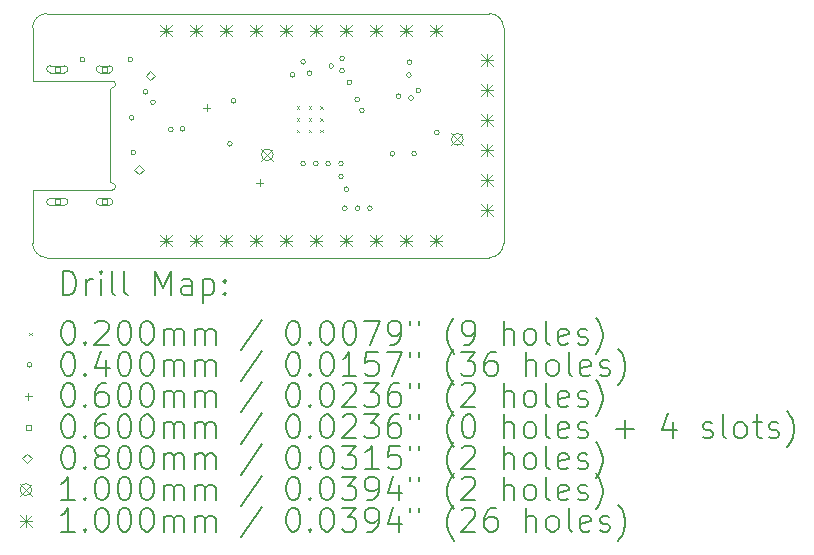
<source format=gbr>
%TF.GenerationSoftware,KiCad,Pcbnew,9.0.3*%
%TF.CreationDate,2025-07-24T11:07:31+02:00*%
%TF.ProjectId,USBtoUART,55534274-6f55-4415-9254-2e6b69636164,v1.0*%
%TF.SameCoordinates,Original*%
%TF.FileFunction,Drillmap*%
%TF.FilePolarity,Positive*%
%FSLAX45Y45*%
G04 Gerber Fmt 4.5, Leading zero omitted, Abs format (unit mm)*
G04 Created by KiCad (PCBNEW 9.0.3) date 2025-07-24 11:07:31*
%MOMM*%
%LPD*%
G01*
G04 APERTURE LIST*
%ADD10C,0.100000*%
%ADD11C,0.120000*%
%ADD12C,0.200000*%
G04 APERTURE END LIST*
D10*
X14532000Y-11955000D02*
X11618000Y-11955000D01*
X10664000Y-11562000D02*
X10664000Y-11834000D01*
X10785000Y-11955000D02*
G75*
G02*
X10664000Y-11834000I0J121000D01*
G01*
X10664000Y-10010000D02*
G75*
G02*
X10785000Y-9889000I121000J0D01*
G01*
X10664000Y-10010000D02*
X10664000Y-10282000D01*
X11618000Y-11955000D02*
X10785000Y-11955000D01*
X14532000Y-9889000D02*
G75*
G02*
X14653000Y-10010000I0J-121000D01*
G01*
X14653000Y-10922000D02*
X14653000Y-10010000D01*
X11618000Y-9889000D02*
X14532000Y-9889000D01*
X14653000Y-11834000D02*
G75*
G02*
X14532000Y-11955000I-121000J0D01*
G01*
X14653000Y-11834000D02*
X14653000Y-10922000D01*
X10785000Y-9889000D02*
X11618000Y-9889000D01*
X11341500Y-11327000D02*
G75*
G02*
X11334000Y-11383999I-4196J-28441D01*
G01*
X11341500Y-11327000D02*
G75*
G02*
X11324000Y-11312000I190J17930D01*
G01*
X11334000Y-10460000D02*
G75*
G02*
X11341500Y-10517000I3304J-28559D01*
G01*
X11324000Y-10532000D02*
G75*
G02*
X11341500Y-10517000I17693J-2934D01*
G01*
X11334000Y-11384000D02*
X10664000Y-11384000D01*
X11334000Y-10460000D02*
X10664000Y-10460000D01*
X11324000Y-10532000D02*
X11324000Y-11312000D01*
D11*
X10664000Y-11562000D02*
X10664000Y-11384000D01*
X10664000Y-10460000D02*
X10664000Y-10282000D01*
D12*
D10*
X12902000Y-10676000D02*
X12922000Y-10696000D01*
X12922000Y-10676000D02*
X12902000Y-10696000D01*
X12902000Y-10776000D02*
X12922000Y-10796000D01*
X12922000Y-10776000D02*
X12902000Y-10796000D01*
X12902000Y-10876000D02*
X12922000Y-10896000D01*
X12922000Y-10876000D02*
X12902000Y-10896000D01*
X13002000Y-10676000D02*
X13022000Y-10696000D01*
X13022000Y-10676000D02*
X13002000Y-10696000D01*
X13002000Y-10776000D02*
X13022000Y-10796000D01*
X13022000Y-10776000D02*
X13002000Y-10796000D01*
X13002000Y-10876000D02*
X13022000Y-10896000D01*
X13022000Y-10876000D02*
X13002000Y-10896000D01*
X13102000Y-10676000D02*
X13122000Y-10696000D01*
X13122000Y-10676000D02*
X13102000Y-10696000D01*
X13102000Y-10776000D02*
X13122000Y-10796000D01*
X13122000Y-10776000D02*
X13102000Y-10796000D01*
X13102000Y-10876000D02*
X13122000Y-10896000D01*
X13122000Y-10876000D02*
X13102000Y-10896000D01*
X11107000Y-10279000D02*
G75*
G02*
X11067000Y-10279000I-20000J0D01*
G01*
X11067000Y-10279000D02*
G75*
G02*
X11107000Y-10279000I20000J0D01*
G01*
X11513000Y-10279000D02*
G75*
G02*
X11473000Y-10279000I-20000J0D01*
G01*
X11473000Y-10279000D02*
G75*
G02*
X11513000Y-10279000I20000J0D01*
G01*
X11524045Y-10772495D02*
G75*
G02*
X11484045Y-10772495I-20000J0D01*
G01*
X11484045Y-10772495D02*
G75*
G02*
X11524045Y-10772495I20000J0D01*
G01*
X11538000Y-11065000D02*
G75*
G02*
X11498000Y-11065000I-20000J0D01*
G01*
X11498000Y-11065000D02*
G75*
G02*
X11538000Y-11065000I20000J0D01*
G01*
X11642000Y-10553000D02*
G75*
G02*
X11602000Y-10553000I-20000J0D01*
G01*
X11602000Y-10553000D02*
G75*
G02*
X11642000Y-10553000I20000J0D01*
G01*
X11704000Y-10640000D02*
G75*
G02*
X11664000Y-10640000I-20000J0D01*
G01*
X11664000Y-10640000D02*
G75*
G02*
X11704000Y-10640000I20000J0D01*
G01*
X11854173Y-10872034D02*
G75*
G02*
X11814173Y-10872034I-20000J0D01*
G01*
X11814173Y-10872034D02*
G75*
G02*
X11854173Y-10872034I20000J0D01*
G01*
X11953800Y-10864000D02*
G75*
G02*
X11913800Y-10864000I-20000J0D01*
G01*
X11913800Y-10864000D02*
G75*
G02*
X11953800Y-10864000I20000J0D01*
G01*
X12355000Y-10992000D02*
G75*
G02*
X12315000Y-10992000I-20000J0D01*
G01*
X12315000Y-10992000D02*
G75*
G02*
X12355000Y-10992000I20000J0D01*
G01*
X12385000Y-10628000D02*
G75*
G02*
X12345000Y-10628000I-20000J0D01*
G01*
X12345000Y-10628000D02*
G75*
G02*
X12385000Y-10628000I20000J0D01*
G01*
X12884449Y-10408000D02*
G75*
G02*
X12844449Y-10408000I-20000J0D01*
G01*
X12844449Y-10408000D02*
G75*
G02*
X12884449Y-10408000I20000J0D01*
G01*
X12975000Y-10298000D02*
G75*
G02*
X12935000Y-10298000I-20000J0D01*
G01*
X12935000Y-10298000D02*
G75*
G02*
X12975000Y-10298000I20000J0D01*
G01*
X12975000Y-11160000D02*
G75*
G02*
X12935000Y-11160000I-20000J0D01*
G01*
X12935000Y-11160000D02*
G75*
G02*
X12975000Y-11160000I20000J0D01*
G01*
X13029349Y-10395000D02*
G75*
G02*
X12989349Y-10395000I-20000J0D01*
G01*
X12989349Y-10395000D02*
G75*
G02*
X13029349Y-10395000I20000J0D01*
G01*
X13082000Y-11160000D02*
G75*
G02*
X13042000Y-11160000I-20000J0D01*
G01*
X13042000Y-11160000D02*
G75*
G02*
X13082000Y-11160000I20000J0D01*
G01*
X13186000Y-11160000D02*
G75*
G02*
X13146000Y-11160000I-20000J0D01*
G01*
X13146000Y-11160000D02*
G75*
G02*
X13186000Y-11160000I20000J0D01*
G01*
X13213000Y-10333000D02*
G75*
G02*
X13173000Y-10333000I-20000J0D01*
G01*
X13173000Y-10333000D02*
G75*
G02*
X13213000Y-10333000I20000J0D01*
G01*
X13296000Y-11160000D02*
G75*
G02*
X13256000Y-11160000I-20000J0D01*
G01*
X13256000Y-11160000D02*
G75*
G02*
X13296000Y-11160000I20000J0D01*
G01*
X13296000Y-11269403D02*
G75*
G02*
X13256000Y-11269403I-20000J0D01*
G01*
X13256000Y-11269403D02*
G75*
G02*
X13296000Y-11269403I20000J0D01*
G01*
X13304336Y-10373594D02*
G75*
G02*
X13264336Y-10373594I-20000J0D01*
G01*
X13264336Y-10373594D02*
G75*
G02*
X13304336Y-10373594I20000J0D01*
G01*
X13305000Y-10269000D02*
G75*
G02*
X13265000Y-10269000I-20000J0D01*
G01*
X13265000Y-10269000D02*
G75*
G02*
X13305000Y-10269000I20000J0D01*
G01*
X13328000Y-11537000D02*
G75*
G02*
X13288000Y-11537000I-20000J0D01*
G01*
X13288000Y-11537000D02*
G75*
G02*
X13328000Y-11537000I20000J0D01*
G01*
X13340953Y-11376000D02*
G75*
G02*
X13300953Y-11376000I-20000J0D01*
G01*
X13300953Y-11376000D02*
G75*
G02*
X13340953Y-11376000I20000J0D01*
G01*
X13367426Y-10472055D02*
G75*
G02*
X13327426Y-10472055I-20000J0D01*
G01*
X13327426Y-10472055D02*
G75*
G02*
X13367426Y-10472055I20000J0D01*
G01*
X13433450Y-10618027D02*
G75*
G02*
X13393450Y-10618027I-20000J0D01*
G01*
X13393450Y-10618027D02*
G75*
G02*
X13433450Y-10618027I20000J0D01*
G01*
X13438000Y-11537000D02*
G75*
G02*
X13398000Y-11537000I-20000J0D01*
G01*
X13398000Y-11537000D02*
G75*
G02*
X13438000Y-11537000I20000J0D01*
G01*
X13473319Y-10709681D02*
G75*
G02*
X13433319Y-10709681I-20000J0D01*
G01*
X13433319Y-10709681D02*
G75*
G02*
X13473319Y-10709681I20000J0D01*
G01*
X13540000Y-11537000D02*
G75*
G02*
X13500000Y-11537000I-20000J0D01*
G01*
X13500000Y-11537000D02*
G75*
G02*
X13540000Y-11537000I20000J0D01*
G01*
X13730645Y-11076000D02*
G75*
G02*
X13690645Y-11076000I-20000J0D01*
G01*
X13690645Y-11076000D02*
G75*
G02*
X13730645Y-11076000I20000J0D01*
G01*
X13782000Y-10589000D02*
G75*
G02*
X13742000Y-10589000I-20000J0D01*
G01*
X13742000Y-10589000D02*
G75*
G02*
X13782000Y-10589000I20000J0D01*
G01*
X13870148Y-10410262D02*
G75*
G02*
X13830148Y-10410262I-20000J0D01*
G01*
X13830148Y-10410262D02*
G75*
G02*
X13870148Y-10410262I20000J0D01*
G01*
X13877000Y-10300950D02*
G75*
G02*
X13837000Y-10300950I-20000J0D01*
G01*
X13837000Y-10300950D02*
G75*
G02*
X13877000Y-10300950I20000J0D01*
G01*
X13887772Y-10603591D02*
G75*
G02*
X13847772Y-10603591I-20000J0D01*
G01*
X13847772Y-10603591D02*
G75*
G02*
X13887772Y-10603591I20000J0D01*
G01*
X13915000Y-11076000D02*
G75*
G02*
X13875000Y-11076000I-20000J0D01*
G01*
X13875000Y-11076000D02*
G75*
G02*
X13915000Y-11076000I20000J0D01*
G01*
X13951181Y-10540181D02*
G75*
G02*
X13911181Y-10540181I-20000J0D01*
G01*
X13911181Y-10540181D02*
G75*
G02*
X13951181Y-10540181I20000J0D01*
G01*
X14107000Y-10895000D02*
G75*
G02*
X14067000Y-10895000I-20000J0D01*
G01*
X14067000Y-10895000D02*
G75*
G02*
X14107000Y-10895000I20000J0D01*
G01*
X12140450Y-10658062D02*
X12140450Y-10718062D01*
X12110450Y-10688062D02*
X12170450Y-10688062D01*
X12587000Y-11290000D02*
X12587000Y-11350000D01*
X12557000Y-11320000D02*
X12617000Y-11320000D01*
X10895213Y-10381213D02*
X10895213Y-10338787D01*
X10852787Y-10338787D01*
X10852787Y-10381213D01*
X10895213Y-10381213D01*
X10934000Y-10330000D02*
X10814000Y-10330000D01*
X10814000Y-10390000D02*
G75*
G02*
X10814000Y-10330000I0J30000D01*
G01*
X10814000Y-10390000D02*
X10934000Y-10390000D01*
X10934000Y-10390000D02*
G75*
G03*
X10934000Y-10330000I0J30000D01*
G01*
X10895213Y-11505213D02*
X10895213Y-11462787D01*
X10852787Y-11462787D01*
X10852787Y-11505213D01*
X10895213Y-11505213D01*
X10934000Y-11454000D02*
X10814000Y-11454000D01*
X10814000Y-11514000D02*
G75*
G02*
X10814000Y-11454000I0J30000D01*
G01*
X10814000Y-11514000D02*
X10934000Y-11514000D01*
X10934000Y-11514000D02*
G75*
G03*
X10934000Y-11454000I0J30000D01*
G01*
X11295213Y-10381213D02*
X11295213Y-10338787D01*
X11252787Y-10338787D01*
X11252787Y-10381213D01*
X11295213Y-10381213D01*
X11314000Y-10330000D02*
X11234000Y-10330000D01*
X11234000Y-10390000D02*
G75*
G02*
X11234000Y-10330000I0J30000D01*
G01*
X11234000Y-10390000D02*
X11314000Y-10390000D01*
X11314000Y-10390000D02*
G75*
G03*
X11314000Y-10330000I0J30000D01*
G01*
X11295213Y-11505213D02*
X11295213Y-11462787D01*
X11252787Y-11462787D01*
X11252787Y-11505213D01*
X11295213Y-11505213D01*
X11314000Y-11454000D02*
X11234000Y-11454000D01*
X11234000Y-11514000D02*
G75*
G02*
X11234000Y-11454000I0J30000D01*
G01*
X11234000Y-11514000D02*
X11314000Y-11514000D01*
X11314000Y-11514000D02*
G75*
G03*
X11314000Y-11454000I0J30000D01*
G01*
X11565000Y-11251000D02*
X11605000Y-11211000D01*
X11565000Y-11171000D01*
X11525000Y-11211000D01*
X11565000Y-11251000D01*
X11661976Y-10456177D02*
X11701976Y-10416177D01*
X11661976Y-10376177D01*
X11621976Y-10416177D01*
X11661976Y-10456177D01*
X12601976Y-11035687D02*
X12701976Y-11135687D01*
X12701976Y-11035687D02*
X12601976Y-11135687D01*
X12701976Y-11085687D02*
G75*
G02*
X12601976Y-11085687I-50000J0D01*
G01*
X12601976Y-11085687D02*
G75*
G02*
X12701976Y-11085687I50000J0D01*
G01*
X14211000Y-10904000D02*
X14311000Y-11004000D01*
X14311000Y-10904000D02*
X14211000Y-11004000D01*
X14311000Y-10954000D02*
G75*
G02*
X14211000Y-10954000I-50000J0D01*
G01*
X14211000Y-10954000D02*
G75*
G02*
X14311000Y-10954000I50000J0D01*
G01*
X11746500Y-9983000D02*
X11846500Y-10083000D01*
X11846500Y-9983000D02*
X11746500Y-10083000D01*
X11796500Y-9983000D02*
X11796500Y-10083000D01*
X11746500Y-10033000D02*
X11846500Y-10033000D01*
X11746500Y-11761000D02*
X11846500Y-11861000D01*
X11846500Y-11761000D02*
X11746500Y-11861000D01*
X11796500Y-11761000D02*
X11796500Y-11861000D01*
X11746500Y-11811000D02*
X11846500Y-11811000D01*
X12000500Y-9983000D02*
X12100500Y-10083000D01*
X12100500Y-9983000D02*
X12000500Y-10083000D01*
X12050500Y-9983000D02*
X12050500Y-10083000D01*
X12000500Y-10033000D02*
X12100500Y-10033000D01*
X12000500Y-11761000D02*
X12100500Y-11861000D01*
X12100500Y-11761000D02*
X12000500Y-11861000D01*
X12050500Y-11761000D02*
X12050500Y-11861000D01*
X12000500Y-11811000D02*
X12100500Y-11811000D01*
X12254500Y-9983000D02*
X12354500Y-10083000D01*
X12354500Y-9983000D02*
X12254500Y-10083000D01*
X12304500Y-9983000D02*
X12304500Y-10083000D01*
X12254500Y-10033000D02*
X12354500Y-10033000D01*
X12254500Y-11761000D02*
X12354500Y-11861000D01*
X12354500Y-11761000D02*
X12254500Y-11861000D01*
X12304500Y-11761000D02*
X12304500Y-11861000D01*
X12254500Y-11811000D02*
X12354500Y-11811000D01*
X12508500Y-9983000D02*
X12608500Y-10083000D01*
X12608500Y-9983000D02*
X12508500Y-10083000D01*
X12558500Y-9983000D02*
X12558500Y-10083000D01*
X12508500Y-10033000D02*
X12608500Y-10033000D01*
X12508500Y-11761000D02*
X12608500Y-11861000D01*
X12608500Y-11761000D02*
X12508500Y-11861000D01*
X12558500Y-11761000D02*
X12558500Y-11861000D01*
X12508500Y-11811000D02*
X12608500Y-11811000D01*
X12762500Y-9983000D02*
X12862500Y-10083000D01*
X12862500Y-9983000D02*
X12762500Y-10083000D01*
X12812500Y-9983000D02*
X12812500Y-10083000D01*
X12762500Y-10033000D02*
X12862500Y-10033000D01*
X12762500Y-11761000D02*
X12862500Y-11861000D01*
X12862500Y-11761000D02*
X12762500Y-11861000D01*
X12812500Y-11761000D02*
X12812500Y-11861000D01*
X12762500Y-11811000D02*
X12862500Y-11811000D01*
X13016500Y-9983000D02*
X13116500Y-10083000D01*
X13116500Y-9983000D02*
X13016500Y-10083000D01*
X13066500Y-9983000D02*
X13066500Y-10083000D01*
X13016500Y-10033000D02*
X13116500Y-10033000D01*
X13016500Y-11761000D02*
X13116500Y-11861000D01*
X13116500Y-11761000D02*
X13016500Y-11861000D01*
X13066500Y-11761000D02*
X13066500Y-11861000D01*
X13016500Y-11811000D02*
X13116500Y-11811000D01*
X13270500Y-9983000D02*
X13370500Y-10083000D01*
X13370500Y-9983000D02*
X13270500Y-10083000D01*
X13320500Y-9983000D02*
X13320500Y-10083000D01*
X13270500Y-10033000D02*
X13370500Y-10033000D01*
X13270500Y-11761000D02*
X13370500Y-11861000D01*
X13370500Y-11761000D02*
X13270500Y-11861000D01*
X13320500Y-11761000D02*
X13320500Y-11861000D01*
X13270500Y-11811000D02*
X13370500Y-11811000D01*
X13524500Y-9983000D02*
X13624500Y-10083000D01*
X13624500Y-9983000D02*
X13524500Y-10083000D01*
X13574500Y-9983000D02*
X13574500Y-10083000D01*
X13524500Y-10033000D02*
X13624500Y-10033000D01*
X13524500Y-11761000D02*
X13624500Y-11861000D01*
X13624500Y-11761000D02*
X13524500Y-11861000D01*
X13574500Y-11761000D02*
X13574500Y-11861000D01*
X13524500Y-11811000D02*
X13624500Y-11811000D01*
X13778500Y-9983000D02*
X13878500Y-10083000D01*
X13878500Y-9983000D02*
X13778500Y-10083000D01*
X13828500Y-9983000D02*
X13828500Y-10083000D01*
X13778500Y-10033000D02*
X13878500Y-10033000D01*
X13778500Y-11761000D02*
X13878500Y-11861000D01*
X13878500Y-11761000D02*
X13778500Y-11861000D01*
X13828500Y-11761000D02*
X13828500Y-11861000D01*
X13778500Y-11811000D02*
X13878500Y-11811000D01*
X14032500Y-9983000D02*
X14132500Y-10083000D01*
X14132500Y-9983000D02*
X14032500Y-10083000D01*
X14082500Y-9983000D02*
X14082500Y-10083000D01*
X14032500Y-10033000D02*
X14132500Y-10033000D01*
X14032500Y-11761000D02*
X14132500Y-11861000D01*
X14132500Y-11761000D02*
X14032500Y-11861000D01*
X14082500Y-11761000D02*
X14082500Y-11861000D01*
X14032500Y-11811000D02*
X14132500Y-11811000D01*
X14460000Y-10236000D02*
X14560000Y-10336000D01*
X14560000Y-10236000D02*
X14460000Y-10336000D01*
X14510000Y-10236000D02*
X14510000Y-10336000D01*
X14460000Y-10286000D02*
X14560000Y-10286000D01*
X14460000Y-10490000D02*
X14560000Y-10590000D01*
X14560000Y-10490000D02*
X14460000Y-10590000D01*
X14510000Y-10490000D02*
X14510000Y-10590000D01*
X14460000Y-10540000D02*
X14560000Y-10540000D01*
X14460000Y-10744000D02*
X14560000Y-10844000D01*
X14560000Y-10744000D02*
X14460000Y-10844000D01*
X14510000Y-10744000D02*
X14510000Y-10844000D01*
X14460000Y-10794000D02*
X14560000Y-10794000D01*
X14460000Y-10998000D02*
X14560000Y-11098000D01*
X14560000Y-10998000D02*
X14460000Y-11098000D01*
X14510000Y-10998000D02*
X14510000Y-11098000D01*
X14460000Y-11048000D02*
X14560000Y-11048000D01*
X14460000Y-11252000D02*
X14560000Y-11352000D01*
X14560000Y-11252000D02*
X14460000Y-11352000D01*
X14510000Y-11252000D02*
X14510000Y-11352000D01*
X14460000Y-11302000D02*
X14560000Y-11302000D01*
X14460000Y-11506000D02*
X14560000Y-11606000D01*
X14560000Y-11506000D02*
X14460000Y-11606000D01*
X14510000Y-11506000D02*
X14510000Y-11606000D01*
X14460000Y-11556000D02*
X14560000Y-11556000D01*
D12*
X10918777Y-12271484D02*
X10918777Y-12071484D01*
X10918777Y-12071484D02*
X10966396Y-12071484D01*
X10966396Y-12071484D02*
X10994967Y-12081008D01*
X10994967Y-12081008D02*
X11014015Y-12100055D01*
X11014015Y-12100055D02*
X11023539Y-12119103D01*
X11023539Y-12119103D02*
X11033063Y-12157198D01*
X11033063Y-12157198D02*
X11033063Y-12185769D01*
X11033063Y-12185769D02*
X11023539Y-12223865D01*
X11023539Y-12223865D02*
X11014015Y-12242912D01*
X11014015Y-12242912D02*
X10994967Y-12261960D01*
X10994967Y-12261960D02*
X10966396Y-12271484D01*
X10966396Y-12271484D02*
X10918777Y-12271484D01*
X11118777Y-12271484D02*
X11118777Y-12138150D01*
X11118777Y-12176246D02*
X11128301Y-12157198D01*
X11128301Y-12157198D02*
X11137824Y-12147674D01*
X11137824Y-12147674D02*
X11156872Y-12138150D01*
X11156872Y-12138150D02*
X11175920Y-12138150D01*
X11242586Y-12271484D02*
X11242586Y-12138150D01*
X11242586Y-12071484D02*
X11233062Y-12081008D01*
X11233062Y-12081008D02*
X11242586Y-12090531D01*
X11242586Y-12090531D02*
X11252110Y-12081008D01*
X11252110Y-12081008D02*
X11242586Y-12071484D01*
X11242586Y-12071484D02*
X11242586Y-12090531D01*
X11366396Y-12271484D02*
X11347348Y-12261960D01*
X11347348Y-12261960D02*
X11337824Y-12242912D01*
X11337824Y-12242912D02*
X11337824Y-12071484D01*
X11471158Y-12271484D02*
X11452110Y-12261960D01*
X11452110Y-12261960D02*
X11442586Y-12242912D01*
X11442586Y-12242912D02*
X11442586Y-12071484D01*
X11699729Y-12271484D02*
X11699729Y-12071484D01*
X11699729Y-12071484D02*
X11766396Y-12214341D01*
X11766396Y-12214341D02*
X11833062Y-12071484D01*
X11833062Y-12071484D02*
X11833062Y-12271484D01*
X12014015Y-12271484D02*
X12014015Y-12166722D01*
X12014015Y-12166722D02*
X12004491Y-12147674D01*
X12004491Y-12147674D02*
X11985443Y-12138150D01*
X11985443Y-12138150D02*
X11947348Y-12138150D01*
X11947348Y-12138150D02*
X11928301Y-12147674D01*
X12014015Y-12261960D02*
X11994967Y-12271484D01*
X11994967Y-12271484D02*
X11947348Y-12271484D01*
X11947348Y-12271484D02*
X11928301Y-12261960D01*
X11928301Y-12261960D02*
X11918777Y-12242912D01*
X11918777Y-12242912D02*
X11918777Y-12223865D01*
X11918777Y-12223865D02*
X11928301Y-12204817D01*
X11928301Y-12204817D02*
X11947348Y-12195293D01*
X11947348Y-12195293D02*
X11994967Y-12195293D01*
X11994967Y-12195293D02*
X12014015Y-12185769D01*
X12109253Y-12138150D02*
X12109253Y-12338150D01*
X12109253Y-12147674D02*
X12128301Y-12138150D01*
X12128301Y-12138150D02*
X12166396Y-12138150D01*
X12166396Y-12138150D02*
X12185443Y-12147674D01*
X12185443Y-12147674D02*
X12194967Y-12157198D01*
X12194967Y-12157198D02*
X12204491Y-12176246D01*
X12204491Y-12176246D02*
X12204491Y-12233388D01*
X12204491Y-12233388D02*
X12194967Y-12252436D01*
X12194967Y-12252436D02*
X12185443Y-12261960D01*
X12185443Y-12261960D02*
X12166396Y-12271484D01*
X12166396Y-12271484D02*
X12128301Y-12271484D01*
X12128301Y-12271484D02*
X12109253Y-12261960D01*
X12290205Y-12252436D02*
X12299729Y-12261960D01*
X12299729Y-12261960D02*
X12290205Y-12271484D01*
X12290205Y-12271484D02*
X12280682Y-12261960D01*
X12280682Y-12261960D02*
X12290205Y-12252436D01*
X12290205Y-12252436D02*
X12290205Y-12271484D01*
X12290205Y-12147674D02*
X12299729Y-12157198D01*
X12299729Y-12157198D02*
X12290205Y-12166722D01*
X12290205Y-12166722D02*
X12280682Y-12157198D01*
X12280682Y-12157198D02*
X12290205Y-12147674D01*
X12290205Y-12147674D02*
X12290205Y-12166722D01*
D10*
X10638000Y-12590000D02*
X10658000Y-12610000D01*
X10658000Y-12590000D02*
X10638000Y-12610000D01*
D12*
X10956872Y-12491484D02*
X10975920Y-12491484D01*
X10975920Y-12491484D02*
X10994967Y-12501008D01*
X10994967Y-12501008D02*
X11004491Y-12510531D01*
X11004491Y-12510531D02*
X11014015Y-12529579D01*
X11014015Y-12529579D02*
X11023539Y-12567674D01*
X11023539Y-12567674D02*
X11023539Y-12615293D01*
X11023539Y-12615293D02*
X11014015Y-12653388D01*
X11014015Y-12653388D02*
X11004491Y-12672436D01*
X11004491Y-12672436D02*
X10994967Y-12681960D01*
X10994967Y-12681960D02*
X10975920Y-12691484D01*
X10975920Y-12691484D02*
X10956872Y-12691484D01*
X10956872Y-12691484D02*
X10937824Y-12681960D01*
X10937824Y-12681960D02*
X10928301Y-12672436D01*
X10928301Y-12672436D02*
X10918777Y-12653388D01*
X10918777Y-12653388D02*
X10909253Y-12615293D01*
X10909253Y-12615293D02*
X10909253Y-12567674D01*
X10909253Y-12567674D02*
X10918777Y-12529579D01*
X10918777Y-12529579D02*
X10928301Y-12510531D01*
X10928301Y-12510531D02*
X10937824Y-12501008D01*
X10937824Y-12501008D02*
X10956872Y-12491484D01*
X11109253Y-12672436D02*
X11118777Y-12681960D01*
X11118777Y-12681960D02*
X11109253Y-12691484D01*
X11109253Y-12691484D02*
X11099729Y-12681960D01*
X11099729Y-12681960D02*
X11109253Y-12672436D01*
X11109253Y-12672436D02*
X11109253Y-12691484D01*
X11194967Y-12510531D02*
X11204491Y-12501008D01*
X11204491Y-12501008D02*
X11223539Y-12491484D01*
X11223539Y-12491484D02*
X11271158Y-12491484D01*
X11271158Y-12491484D02*
X11290205Y-12501008D01*
X11290205Y-12501008D02*
X11299729Y-12510531D01*
X11299729Y-12510531D02*
X11309253Y-12529579D01*
X11309253Y-12529579D02*
X11309253Y-12548627D01*
X11309253Y-12548627D02*
X11299729Y-12577198D01*
X11299729Y-12577198D02*
X11185443Y-12691484D01*
X11185443Y-12691484D02*
X11309253Y-12691484D01*
X11433062Y-12491484D02*
X11452110Y-12491484D01*
X11452110Y-12491484D02*
X11471158Y-12501008D01*
X11471158Y-12501008D02*
X11480682Y-12510531D01*
X11480682Y-12510531D02*
X11490205Y-12529579D01*
X11490205Y-12529579D02*
X11499729Y-12567674D01*
X11499729Y-12567674D02*
X11499729Y-12615293D01*
X11499729Y-12615293D02*
X11490205Y-12653388D01*
X11490205Y-12653388D02*
X11480682Y-12672436D01*
X11480682Y-12672436D02*
X11471158Y-12681960D01*
X11471158Y-12681960D02*
X11452110Y-12691484D01*
X11452110Y-12691484D02*
X11433062Y-12691484D01*
X11433062Y-12691484D02*
X11414015Y-12681960D01*
X11414015Y-12681960D02*
X11404491Y-12672436D01*
X11404491Y-12672436D02*
X11394967Y-12653388D01*
X11394967Y-12653388D02*
X11385443Y-12615293D01*
X11385443Y-12615293D02*
X11385443Y-12567674D01*
X11385443Y-12567674D02*
X11394967Y-12529579D01*
X11394967Y-12529579D02*
X11404491Y-12510531D01*
X11404491Y-12510531D02*
X11414015Y-12501008D01*
X11414015Y-12501008D02*
X11433062Y-12491484D01*
X11623539Y-12491484D02*
X11642586Y-12491484D01*
X11642586Y-12491484D02*
X11661634Y-12501008D01*
X11661634Y-12501008D02*
X11671158Y-12510531D01*
X11671158Y-12510531D02*
X11680682Y-12529579D01*
X11680682Y-12529579D02*
X11690205Y-12567674D01*
X11690205Y-12567674D02*
X11690205Y-12615293D01*
X11690205Y-12615293D02*
X11680682Y-12653388D01*
X11680682Y-12653388D02*
X11671158Y-12672436D01*
X11671158Y-12672436D02*
X11661634Y-12681960D01*
X11661634Y-12681960D02*
X11642586Y-12691484D01*
X11642586Y-12691484D02*
X11623539Y-12691484D01*
X11623539Y-12691484D02*
X11604491Y-12681960D01*
X11604491Y-12681960D02*
X11594967Y-12672436D01*
X11594967Y-12672436D02*
X11585443Y-12653388D01*
X11585443Y-12653388D02*
X11575920Y-12615293D01*
X11575920Y-12615293D02*
X11575920Y-12567674D01*
X11575920Y-12567674D02*
X11585443Y-12529579D01*
X11585443Y-12529579D02*
X11594967Y-12510531D01*
X11594967Y-12510531D02*
X11604491Y-12501008D01*
X11604491Y-12501008D02*
X11623539Y-12491484D01*
X11775920Y-12691484D02*
X11775920Y-12558150D01*
X11775920Y-12577198D02*
X11785443Y-12567674D01*
X11785443Y-12567674D02*
X11804491Y-12558150D01*
X11804491Y-12558150D02*
X11833063Y-12558150D01*
X11833063Y-12558150D02*
X11852110Y-12567674D01*
X11852110Y-12567674D02*
X11861634Y-12586722D01*
X11861634Y-12586722D02*
X11861634Y-12691484D01*
X11861634Y-12586722D02*
X11871158Y-12567674D01*
X11871158Y-12567674D02*
X11890205Y-12558150D01*
X11890205Y-12558150D02*
X11918777Y-12558150D01*
X11918777Y-12558150D02*
X11937824Y-12567674D01*
X11937824Y-12567674D02*
X11947348Y-12586722D01*
X11947348Y-12586722D02*
X11947348Y-12691484D01*
X12042586Y-12691484D02*
X12042586Y-12558150D01*
X12042586Y-12577198D02*
X12052110Y-12567674D01*
X12052110Y-12567674D02*
X12071158Y-12558150D01*
X12071158Y-12558150D02*
X12099729Y-12558150D01*
X12099729Y-12558150D02*
X12118777Y-12567674D01*
X12118777Y-12567674D02*
X12128301Y-12586722D01*
X12128301Y-12586722D02*
X12128301Y-12691484D01*
X12128301Y-12586722D02*
X12137824Y-12567674D01*
X12137824Y-12567674D02*
X12156872Y-12558150D01*
X12156872Y-12558150D02*
X12185443Y-12558150D01*
X12185443Y-12558150D02*
X12204491Y-12567674D01*
X12204491Y-12567674D02*
X12214015Y-12586722D01*
X12214015Y-12586722D02*
X12214015Y-12691484D01*
X12604491Y-12481960D02*
X12433063Y-12739103D01*
X12861634Y-12491484D02*
X12880682Y-12491484D01*
X12880682Y-12491484D02*
X12899729Y-12501008D01*
X12899729Y-12501008D02*
X12909253Y-12510531D01*
X12909253Y-12510531D02*
X12918777Y-12529579D01*
X12918777Y-12529579D02*
X12928301Y-12567674D01*
X12928301Y-12567674D02*
X12928301Y-12615293D01*
X12928301Y-12615293D02*
X12918777Y-12653388D01*
X12918777Y-12653388D02*
X12909253Y-12672436D01*
X12909253Y-12672436D02*
X12899729Y-12681960D01*
X12899729Y-12681960D02*
X12880682Y-12691484D01*
X12880682Y-12691484D02*
X12861634Y-12691484D01*
X12861634Y-12691484D02*
X12842586Y-12681960D01*
X12842586Y-12681960D02*
X12833063Y-12672436D01*
X12833063Y-12672436D02*
X12823539Y-12653388D01*
X12823539Y-12653388D02*
X12814015Y-12615293D01*
X12814015Y-12615293D02*
X12814015Y-12567674D01*
X12814015Y-12567674D02*
X12823539Y-12529579D01*
X12823539Y-12529579D02*
X12833063Y-12510531D01*
X12833063Y-12510531D02*
X12842586Y-12501008D01*
X12842586Y-12501008D02*
X12861634Y-12491484D01*
X13014015Y-12672436D02*
X13023539Y-12681960D01*
X13023539Y-12681960D02*
X13014015Y-12691484D01*
X13014015Y-12691484D02*
X13004491Y-12681960D01*
X13004491Y-12681960D02*
X13014015Y-12672436D01*
X13014015Y-12672436D02*
X13014015Y-12691484D01*
X13147348Y-12491484D02*
X13166396Y-12491484D01*
X13166396Y-12491484D02*
X13185444Y-12501008D01*
X13185444Y-12501008D02*
X13194967Y-12510531D01*
X13194967Y-12510531D02*
X13204491Y-12529579D01*
X13204491Y-12529579D02*
X13214015Y-12567674D01*
X13214015Y-12567674D02*
X13214015Y-12615293D01*
X13214015Y-12615293D02*
X13204491Y-12653388D01*
X13204491Y-12653388D02*
X13194967Y-12672436D01*
X13194967Y-12672436D02*
X13185444Y-12681960D01*
X13185444Y-12681960D02*
X13166396Y-12691484D01*
X13166396Y-12691484D02*
X13147348Y-12691484D01*
X13147348Y-12691484D02*
X13128301Y-12681960D01*
X13128301Y-12681960D02*
X13118777Y-12672436D01*
X13118777Y-12672436D02*
X13109253Y-12653388D01*
X13109253Y-12653388D02*
X13099729Y-12615293D01*
X13099729Y-12615293D02*
X13099729Y-12567674D01*
X13099729Y-12567674D02*
X13109253Y-12529579D01*
X13109253Y-12529579D02*
X13118777Y-12510531D01*
X13118777Y-12510531D02*
X13128301Y-12501008D01*
X13128301Y-12501008D02*
X13147348Y-12491484D01*
X13337825Y-12491484D02*
X13356872Y-12491484D01*
X13356872Y-12491484D02*
X13375920Y-12501008D01*
X13375920Y-12501008D02*
X13385444Y-12510531D01*
X13385444Y-12510531D02*
X13394967Y-12529579D01*
X13394967Y-12529579D02*
X13404491Y-12567674D01*
X13404491Y-12567674D02*
X13404491Y-12615293D01*
X13404491Y-12615293D02*
X13394967Y-12653388D01*
X13394967Y-12653388D02*
X13385444Y-12672436D01*
X13385444Y-12672436D02*
X13375920Y-12681960D01*
X13375920Y-12681960D02*
X13356872Y-12691484D01*
X13356872Y-12691484D02*
X13337825Y-12691484D01*
X13337825Y-12691484D02*
X13318777Y-12681960D01*
X13318777Y-12681960D02*
X13309253Y-12672436D01*
X13309253Y-12672436D02*
X13299729Y-12653388D01*
X13299729Y-12653388D02*
X13290206Y-12615293D01*
X13290206Y-12615293D02*
X13290206Y-12567674D01*
X13290206Y-12567674D02*
X13299729Y-12529579D01*
X13299729Y-12529579D02*
X13309253Y-12510531D01*
X13309253Y-12510531D02*
X13318777Y-12501008D01*
X13318777Y-12501008D02*
X13337825Y-12491484D01*
X13471158Y-12491484D02*
X13604491Y-12491484D01*
X13604491Y-12491484D02*
X13518777Y-12691484D01*
X13690206Y-12691484D02*
X13728301Y-12691484D01*
X13728301Y-12691484D02*
X13747348Y-12681960D01*
X13747348Y-12681960D02*
X13756872Y-12672436D01*
X13756872Y-12672436D02*
X13775920Y-12643865D01*
X13775920Y-12643865D02*
X13785444Y-12605769D01*
X13785444Y-12605769D02*
X13785444Y-12529579D01*
X13785444Y-12529579D02*
X13775920Y-12510531D01*
X13775920Y-12510531D02*
X13766396Y-12501008D01*
X13766396Y-12501008D02*
X13747348Y-12491484D01*
X13747348Y-12491484D02*
X13709253Y-12491484D01*
X13709253Y-12491484D02*
X13690206Y-12501008D01*
X13690206Y-12501008D02*
X13680682Y-12510531D01*
X13680682Y-12510531D02*
X13671158Y-12529579D01*
X13671158Y-12529579D02*
X13671158Y-12577198D01*
X13671158Y-12577198D02*
X13680682Y-12596246D01*
X13680682Y-12596246D02*
X13690206Y-12605769D01*
X13690206Y-12605769D02*
X13709253Y-12615293D01*
X13709253Y-12615293D02*
X13747348Y-12615293D01*
X13747348Y-12615293D02*
X13766396Y-12605769D01*
X13766396Y-12605769D02*
X13775920Y-12596246D01*
X13775920Y-12596246D02*
X13785444Y-12577198D01*
X13861634Y-12491484D02*
X13861634Y-12529579D01*
X13937825Y-12491484D02*
X13937825Y-12529579D01*
X14233063Y-12767674D02*
X14223539Y-12758150D01*
X14223539Y-12758150D02*
X14204491Y-12729579D01*
X14204491Y-12729579D02*
X14194968Y-12710531D01*
X14194968Y-12710531D02*
X14185444Y-12681960D01*
X14185444Y-12681960D02*
X14175920Y-12634341D01*
X14175920Y-12634341D02*
X14175920Y-12596246D01*
X14175920Y-12596246D02*
X14185444Y-12548627D01*
X14185444Y-12548627D02*
X14194968Y-12520055D01*
X14194968Y-12520055D02*
X14204491Y-12501008D01*
X14204491Y-12501008D02*
X14223539Y-12472436D01*
X14223539Y-12472436D02*
X14233063Y-12462912D01*
X14318777Y-12691484D02*
X14356872Y-12691484D01*
X14356872Y-12691484D02*
X14375920Y-12681960D01*
X14375920Y-12681960D02*
X14385444Y-12672436D01*
X14385444Y-12672436D02*
X14404491Y-12643865D01*
X14404491Y-12643865D02*
X14414015Y-12605769D01*
X14414015Y-12605769D02*
X14414015Y-12529579D01*
X14414015Y-12529579D02*
X14404491Y-12510531D01*
X14404491Y-12510531D02*
X14394968Y-12501008D01*
X14394968Y-12501008D02*
X14375920Y-12491484D01*
X14375920Y-12491484D02*
X14337825Y-12491484D01*
X14337825Y-12491484D02*
X14318777Y-12501008D01*
X14318777Y-12501008D02*
X14309253Y-12510531D01*
X14309253Y-12510531D02*
X14299729Y-12529579D01*
X14299729Y-12529579D02*
X14299729Y-12577198D01*
X14299729Y-12577198D02*
X14309253Y-12596246D01*
X14309253Y-12596246D02*
X14318777Y-12605769D01*
X14318777Y-12605769D02*
X14337825Y-12615293D01*
X14337825Y-12615293D02*
X14375920Y-12615293D01*
X14375920Y-12615293D02*
X14394968Y-12605769D01*
X14394968Y-12605769D02*
X14404491Y-12596246D01*
X14404491Y-12596246D02*
X14414015Y-12577198D01*
X14652110Y-12691484D02*
X14652110Y-12491484D01*
X14737825Y-12691484D02*
X14737825Y-12586722D01*
X14737825Y-12586722D02*
X14728301Y-12567674D01*
X14728301Y-12567674D02*
X14709253Y-12558150D01*
X14709253Y-12558150D02*
X14680682Y-12558150D01*
X14680682Y-12558150D02*
X14661634Y-12567674D01*
X14661634Y-12567674D02*
X14652110Y-12577198D01*
X14861634Y-12691484D02*
X14842587Y-12681960D01*
X14842587Y-12681960D02*
X14833063Y-12672436D01*
X14833063Y-12672436D02*
X14823539Y-12653388D01*
X14823539Y-12653388D02*
X14823539Y-12596246D01*
X14823539Y-12596246D02*
X14833063Y-12577198D01*
X14833063Y-12577198D02*
X14842587Y-12567674D01*
X14842587Y-12567674D02*
X14861634Y-12558150D01*
X14861634Y-12558150D02*
X14890206Y-12558150D01*
X14890206Y-12558150D02*
X14909253Y-12567674D01*
X14909253Y-12567674D02*
X14918777Y-12577198D01*
X14918777Y-12577198D02*
X14928301Y-12596246D01*
X14928301Y-12596246D02*
X14928301Y-12653388D01*
X14928301Y-12653388D02*
X14918777Y-12672436D01*
X14918777Y-12672436D02*
X14909253Y-12681960D01*
X14909253Y-12681960D02*
X14890206Y-12691484D01*
X14890206Y-12691484D02*
X14861634Y-12691484D01*
X15042587Y-12691484D02*
X15023539Y-12681960D01*
X15023539Y-12681960D02*
X15014015Y-12662912D01*
X15014015Y-12662912D02*
X15014015Y-12491484D01*
X15194968Y-12681960D02*
X15175920Y-12691484D01*
X15175920Y-12691484D02*
X15137825Y-12691484D01*
X15137825Y-12691484D02*
X15118777Y-12681960D01*
X15118777Y-12681960D02*
X15109253Y-12662912D01*
X15109253Y-12662912D02*
X15109253Y-12586722D01*
X15109253Y-12586722D02*
X15118777Y-12567674D01*
X15118777Y-12567674D02*
X15137825Y-12558150D01*
X15137825Y-12558150D02*
X15175920Y-12558150D01*
X15175920Y-12558150D02*
X15194968Y-12567674D01*
X15194968Y-12567674D02*
X15204491Y-12586722D01*
X15204491Y-12586722D02*
X15204491Y-12605769D01*
X15204491Y-12605769D02*
X15109253Y-12624817D01*
X15280682Y-12681960D02*
X15299730Y-12691484D01*
X15299730Y-12691484D02*
X15337825Y-12691484D01*
X15337825Y-12691484D02*
X15356872Y-12681960D01*
X15356872Y-12681960D02*
X15366396Y-12662912D01*
X15366396Y-12662912D02*
X15366396Y-12653388D01*
X15366396Y-12653388D02*
X15356872Y-12634341D01*
X15356872Y-12634341D02*
X15337825Y-12624817D01*
X15337825Y-12624817D02*
X15309253Y-12624817D01*
X15309253Y-12624817D02*
X15290206Y-12615293D01*
X15290206Y-12615293D02*
X15280682Y-12596246D01*
X15280682Y-12596246D02*
X15280682Y-12586722D01*
X15280682Y-12586722D02*
X15290206Y-12567674D01*
X15290206Y-12567674D02*
X15309253Y-12558150D01*
X15309253Y-12558150D02*
X15337825Y-12558150D01*
X15337825Y-12558150D02*
X15356872Y-12567674D01*
X15433063Y-12767674D02*
X15442587Y-12758150D01*
X15442587Y-12758150D02*
X15461634Y-12729579D01*
X15461634Y-12729579D02*
X15471158Y-12710531D01*
X15471158Y-12710531D02*
X15480682Y-12681960D01*
X15480682Y-12681960D02*
X15490206Y-12634341D01*
X15490206Y-12634341D02*
X15490206Y-12596246D01*
X15490206Y-12596246D02*
X15480682Y-12548627D01*
X15480682Y-12548627D02*
X15471158Y-12520055D01*
X15471158Y-12520055D02*
X15461634Y-12501008D01*
X15461634Y-12501008D02*
X15442587Y-12472436D01*
X15442587Y-12472436D02*
X15433063Y-12462912D01*
D10*
X10658000Y-12864000D02*
G75*
G02*
X10618000Y-12864000I-20000J0D01*
G01*
X10618000Y-12864000D02*
G75*
G02*
X10658000Y-12864000I20000J0D01*
G01*
D12*
X10956872Y-12755484D02*
X10975920Y-12755484D01*
X10975920Y-12755484D02*
X10994967Y-12765008D01*
X10994967Y-12765008D02*
X11004491Y-12774531D01*
X11004491Y-12774531D02*
X11014015Y-12793579D01*
X11014015Y-12793579D02*
X11023539Y-12831674D01*
X11023539Y-12831674D02*
X11023539Y-12879293D01*
X11023539Y-12879293D02*
X11014015Y-12917388D01*
X11014015Y-12917388D02*
X11004491Y-12936436D01*
X11004491Y-12936436D02*
X10994967Y-12945960D01*
X10994967Y-12945960D02*
X10975920Y-12955484D01*
X10975920Y-12955484D02*
X10956872Y-12955484D01*
X10956872Y-12955484D02*
X10937824Y-12945960D01*
X10937824Y-12945960D02*
X10928301Y-12936436D01*
X10928301Y-12936436D02*
X10918777Y-12917388D01*
X10918777Y-12917388D02*
X10909253Y-12879293D01*
X10909253Y-12879293D02*
X10909253Y-12831674D01*
X10909253Y-12831674D02*
X10918777Y-12793579D01*
X10918777Y-12793579D02*
X10928301Y-12774531D01*
X10928301Y-12774531D02*
X10937824Y-12765008D01*
X10937824Y-12765008D02*
X10956872Y-12755484D01*
X11109253Y-12936436D02*
X11118777Y-12945960D01*
X11118777Y-12945960D02*
X11109253Y-12955484D01*
X11109253Y-12955484D02*
X11099729Y-12945960D01*
X11099729Y-12945960D02*
X11109253Y-12936436D01*
X11109253Y-12936436D02*
X11109253Y-12955484D01*
X11290205Y-12822150D02*
X11290205Y-12955484D01*
X11242586Y-12745960D02*
X11194967Y-12888817D01*
X11194967Y-12888817D02*
X11318777Y-12888817D01*
X11433062Y-12755484D02*
X11452110Y-12755484D01*
X11452110Y-12755484D02*
X11471158Y-12765008D01*
X11471158Y-12765008D02*
X11480682Y-12774531D01*
X11480682Y-12774531D02*
X11490205Y-12793579D01*
X11490205Y-12793579D02*
X11499729Y-12831674D01*
X11499729Y-12831674D02*
X11499729Y-12879293D01*
X11499729Y-12879293D02*
X11490205Y-12917388D01*
X11490205Y-12917388D02*
X11480682Y-12936436D01*
X11480682Y-12936436D02*
X11471158Y-12945960D01*
X11471158Y-12945960D02*
X11452110Y-12955484D01*
X11452110Y-12955484D02*
X11433062Y-12955484D01*
X11433062Y-12955484D02*
X11414015Y-12945960D01*
X11414015Y-12945960D02*
X11404491Y-12936436D01*
X11404491Y-12936436D02*
X11394967Y-12917388D01*
X11394967Y-12917388D02*
X11385443Y-12879293D01*
X11385443Y-12879293D02*
X11385443Y-12831674D01*
X11385443Y-12831674D02*
X11394967Y-12793579D01*
X11394967Y-12793579D02*
X11404491Y-12774531D01*
X11404491Y-12774531D02*
X11414015Y-12765008D01*
X11414015Y-12765008D02*
X11433062Y-12755484D01*
X11623539Y-12755484D02*
X11642586Y-12755484D01*
X11642586Y-12755484D02*
X11661634Y-12765008D01*
X11661634Y-12765008D02*
X11671158Y-12774531D01*
X11671158Y-12774531D02*
X11680682Y-12793579D01*
X11680682Y-12793579D02*
X11690205Y-12831674D01*
X11690205Y-12831674D02*
X11690205Y-12879293D01*
X11690205Y-12879293D02*
X11680682Y-12917388D01*
X11680682Y-12917388D02*
X11671158Y-12936436D01*
X11671158Y-12936436D02*
X11661634Y-12945960D01*
X11661634Y-12945960D02*
X11642586Y-12955484D01*
X11642586Y-12955484D02*
X11623539Y-12955484D01*
X11623539Y-12955484D02*
X11604491Y-12945960D01*
X11604491Y-12945960D02*
X11594967Y-12936436D01*
X11594967Y-12936436D02*
X11585443Y-12917388D01*
X11585443Y-12917388D02*
X11575920Y-12879293D01*
X11575920Y-12879293D02*
X11575920Y-12831674D01*
X11575920Y-12831674D02*
X11585443Y-12793579D01*
X11585443Y-12793579D02*
X11594967Y-12774531D01*
X11594967Y-12774531D02*
X11604491Y-12765008D01*
X11604491Y-12765008D02*
X11623539Y-12755484D01*
X11775920Y-12955484D02*
X11775920Y-12822150D01*
X11775920Y-12841198D02*
X11785443Y-12831674D01*
X11785443Y-12831674D02*
X11804491Y-12822150D01*
X11804491Y-12822150D02*
X11833063Y-12822150D01*
X11833063Y-12822150D02*
X11852110Y-12831674D01*
X11852110Y-12831674D02*
X11861634Y-12850722D01*
X11861634Y-12850722D02*
X11861634Y-12955484D01*
X11861634Y-12850722D02*
X11871158Y-12831674D01*
X11871158Y-12831674D02*
X11890205Y-12822150D01*
X11890205Y-12822150D02*
X11918777Y-12822150D01*
X11918777Y-12822150D02*
X11937824Y-12831674D01*
X11937824Y-12831674D02*
X11947348Y-12850722D01*
X11947348Y-12850722D02*
X11947348Y-12955484D01*
X12042586Y-12955484D02*
X12042586Y-12822150D01*
X12042586Y-12841198D02*
X12052110Y-12831674D01*
X12052110Y-12831674D02*
X12071158Y-12822150D01*
X12071158Y-12822150D02*
X12099729Y-12822150D01*
X12099729Y-12822150D02*
X12118777Y-12831674D01*
X12118777Y-12831674D02*
X12128301Y-12850722D01*
X12128301Y-12850722D02*
X12128301Y-12955484D01*
X12128301Y-12850722D02*
X12137824Y-12831674D01*
X12137824Y-12831674D02*
X12156872Y-12822150D01*
X12156872Y-12822150D02*
X12185443Y-12822150D01*
X12185443Y-12822150D02*
X12204491Y-12831674D01*
X12204491Y-12831674D02*
X12214015Y-12850722D01*
X12214015Y-12850722D02*
X12214015Y-12955484D01*
X12604491Y-12745960D02*
X12433063Y-13003103D01*
X12861634Y-12755484D02*
X12880682Y-12755484D01*
X12880682Y-12755484D02*
X12899729Y-12765008D01*
X12899729Y-12765008D02*
X12909253Y-12774531D01*
X12909253Y-12774531D02*
X12918777Y-12793579D01*
X12918777Y-12793579D02*
X12928301Y-12831674D01*
X12928301Y-12831674D02*
X12928301Y-12879293D01*
X12928301Y-12879293D02*
X12918777Y-12917388D01*
X12918777Y-12917388D02*
X12909253Y-12936436D01*
X12909253Y-12936436D02*
X12899729Y-12945960D01*
X12899729Y-12945960D02*
X12880682Y-12955484D01*
X12880682Y-12955484D02*
X12861634Y-12955484D01*
X12861634Y-12955484D02*
X12842586Y-12945960D01*
X12842586Y-12945960D02*
X12833063Y-12936436D01*
X12833063Y-12936436D02*
X12823539Y-12917388D01*
X12823539Y-12917388D02*
X12814015Y-12879293D01*
X12814015Y-12879293D02*
X12814015Y-12831674D01*
X12814015Y-12831674D02*
X12823539Y-12793579D01*
X12823539Y-12793579D02*
X12833063Y-12774531D01*
X12833063Y-12774531D02*
X12842586Y-12765008D01*
X12842586Y-12765008D02*
X12861634Y-12755484D01*
X13014015Y-12936436D02*
X13023539Y-12945960D01*
X13023539Y-12945960D02*
X13014015Y-12955484D01*
X13014015Y-12955484D02*
X13004491Y-12945960D01*
X13004491Y-12945960D02*
X13014015Y-12936436D01*
X13014015Y-12936436D02*
X13014015Y-12955484D01*
X13147348Y-12755484D02*
X13166396Y-12755484D01*
X13166396Y-12755484D02*
X13185444Y-12765008D01*
X13185444Y-12765008D02*
X13194967Y-12774531D01*
X13194967Y-12774531D02*
X13204491Y-12793579D01*
X13204491Y-12793579D02*
X13214015Y-12831674D01*
X13214015Y-12831674D02*
X13214015Y-12879293D01*
X13214015Y-12879293D02*
X13204491Y-12917388D01*
X13204491Y-12917388D02*
X13194967Y-12936436D01*
X13194967Y-12936436D02*
X13185444Y-12945960D01*
X13185444Y-12945960D02*
X13166396Y-12955484D01*
X13166396Y-12955484D02*
X13147348Y-12955484D01*
X13147348Y-12955484D02*
X13128301Y-12945960D01*
X13128301Y-12945960D02*
X13118777Y-12936436D01*
X13118777Y-12936436D02*
X13109253Y-12917388D01*
X13109253Y-12917388D02*
X13099729Y-12879293D01*
X13099729Y-12879293D02*
X13099729Y-12831674D01*
X13099729Y-12831674D02*
X13109253Y-12793579D01*
X13109253Y-12793579D02*
X13118777Y-12774531D01*
X13118777Y-12774531D02*
X13128301Y-12765008D01*
X13128301Y-12765008D02*
X13147348Y-12755484D01*
X13404491Y-12955484D02*
X13290206Y-12955484D01*
X13347348Y-12955484D02*
X13347348Y-12755484D01*
X13347348Y-12755484D02*
X13328301Y-12784055D01*
X13328301Y-12784055D02*
X13309253Y-12803103D01*
X13309253Y-12803103D02*
X13290206Y-12812627D01*
X13585444Y-12755484D02*
X13490206Y-12755484D01*
X13490206Y-12755484D02*
X13480682Y-12850722D01*
X13480682Y-12850722D02*
X13490206Y-12841198D01*
X13490206Y-12841198D02*
X13509253Y-12831674D01*
X13509253Y-12831674D02*
X13556872Y-12831674D01*
X13556872Y-12831674D02*
X13575920Y-12841198D01*
X13575920Y-12841198D02*
X13585444Y-12850722D01*
X13585444Y-12850722D02*
X13594967Y-12869769D01*
X13594967Y-12869769D02*
X13594967Y-12917388D01*
X13594967Y-12917388D02*
X13585444Y-12936436D01*
X13585444Y-12936436D02*
X13575920Y-12945960D01*
X13575920Y-12945960D02*
X13556872Y-12955484D01*
X13556872Y-12955484D02*
X13509253Y-12955484D01*
X13509253Y-12955484D02*
X13490206Y-12945960D01*
X13490206Y-12945960D02*
X13480682Y-12936436D01*
X13661634Y-12755484D02*
X13794967Y-12755484D01*
X13794967Y-12755484D02*
X13709253Y-12955484D01*
X13861634Y-12755484D02*
X13861634Y-12793579D01*
X13937825Y-12755484D02*
X13937825Y-12793579D01*
X14233063Y-13031674D02*
X14223539Y-13022150D01*
X14223539Y-13022150D02*
X14204491Y-12993579D01*
X14204491Y-12993579D02*
X14194968Y-12974531D01*
X14194968Y-12974531D02*
X14185444Y-12945960D01*
X14185444Y-12945960D02*
X14175920Y-12898341D01*
X14175920Y-12898341D02*
X14175920Y-12860246D01*
X14175920Y-12860246D02*
X14185444Y-12812627D01*
X14185444Y-12812627D02*
X14194968Y-12784055D01*
X14194968Y-12784055D02*
X14204491Y-12765008D01*
X14204491Y-12765008D02*
X14223539Y-12736436D01*
X14223539Y-12736436D02*
X14233063Y-12726912D01*
X14290206Y-12755484D02*
X14414015Y-12755484D01*
X14414015Y-12755484D02*
X14347348Y-12831674D01*
X14347348Y-12831674D02*
X14375920Y-12831674D01*
X14375920Y-12831674D02*
X14394968Y-12841198D01*
X14394968Y-12841198D02*
X14404491Y-12850722D01*
X14404491Y-12850722D02*
X14414015Y-12869769D01*
X14414015Y-12869769D02*
X14414015Y-12917388D01*
X14414015Y-12917388D02*
X14404491Y-12936436D01*
X14404491Y-12936436D02*
X14394968Y-12945960D01*
X14394968Y-12945960D02*
X14375920Y-12955484D01*
X14375920Y-12955484D02*
X14318777Y-12955484D01*
X14318777Y-12955484D02*
X14299729Y-12945960D01*
X14299729Y-12945960D02*
X14290206Y-12936436D01*
X14585444Y-12755484D02*
X14547348Y-12755484D01*
X14547348Y-12755484D02*
X14528301Y-12765008D01*
X14528301Y-12765008D02*
X14518777Y-12774531D01*
X14518777Y-12774531D02*
X14499729Y-12803103D01*
X14499729Y-12803103D02*
X14490206Y-12841198D01*
X14490206Y-12841198D02*
X14490206Y-12917388D01*
X14490206Y-12917388D02*
X14499729Y-12936436D01*
X14499729Y-12936436D02*
X14509253Y-12945960D01*
X14509253Y-12945960D02*
X14528301Y-12955484D01*
X14528301Y-12955484D02*
X14566396Y-12955484D01*
X14566396Y-12955484D02*
X14585444Y-12945960D01*
X14585444Y-12945960D02*
X14594968Y-12936436D01*
X14594968Y-12936436D02*
X14604491Y-12917388D01*
X14604491Y-12917388D02*
X14604491Y-12869769D01*
X14604491Y-12869769D02*
X14594968Y-12850722D01*
X14594968Y-12850722D02*
X14585444Y-12841198D01*
X14585444Y-12841198D02*
X14566396Y-12831674D01*
X14566396Y-12831674D02*
X14528301Y-12831674D01*
X14528301Y-12831674D02*
X14509253Y-12841198D01*
X14509253Y-12841198D02*
X14499729Y-12850722D01*
X14499729Y-12850722D02*
X14490206Y-12869769D01*
X14842587Y-12955484D02*
X14842587Y-12755484D01*
X14928301Y-12955484D02*
X14928301Y-12850722D01*
X14928301Y-12850722D02*
X14918777Y-12831674D01*
X14918777Y-12831674D02*
X14899730Y-12822150D01*
X14899730Y-12822150D02*
X14871158Y-12822150D01*
X14871158Y-12822150D02*
X14852110Y-12831674D01*
X14852110Y-12831674D02*
X14842587Y-12841198D01*
X15052110Y-12955484D02*
X15033063Y-12945960D01*
X15033063Y-12945960D02*
X15023539Y-12936436D01*
X15023539Y-12936436D02*
X15014015Y-12917388D01*
X15014015Y-12917388D02*
X15014015Y-12860246D01*
X15014015Y-12860246D02*
X15023539Y-12841198D01*
X15023539Y-12841198D02*
X15033063Y-12831674D01*
X15033063Y-12831674D02*
X15052110Y-12822150D01*
X15052110Y-12822150D02*
X15080682Y-12822150D01*
X15080682Y-12822150D02*
X15099730Y-12831674D01*
X15099730Y-12831674D02*
X15109253Y-12841198D01*
X15109253Y-12841198D02*
X15118777Y-12860246D01*
X15118777Y-12860246D02*
X15118777Y-12917388D01*
X15118777Y-12917388D02*
X15109253Y-12936436D01*
X15109253Y-12936436D02*
X15099730Y-12945960D01*
X15099730Y-12945960D02*
X15080682Y-12955484D01*
X15080682Y-12955484D02*
X15052110Y-12955484D01*
X15233063Y-12955484D02*
X15214015Y-12945960D01*
X15214015Y-12945960D02*
X15204491Y-12926912D01*
X15204491Y-12926912D02*
X15204491Y-12755484D01*
X15385444Y-12945960D02*
X15366396Y-12955484D01*
X15366396Y-12955484D02*
X15328301Y-12955484D01*
X15328301Y-12955484D02*
X15309253Y-12945960D01*
X15309253Y-12945960D02*
X15299730Y-12926912D01*
X15299730Y-12926912D02*
X15299730Y-12850722D01*
X15299730Y-12850722D02*
X15309253Y-12831674D01*
X15309253Y-12831674D02*
X15328301Y-12822150D01*
X15328301Y-12822150D02*
X15366396Y-12822150D01*
X15366396Y-12822150D02*
X15385444Y-12831674D01*
X15385444Y-12831674D02*
X15394968Y-12850722D01*
X15394968Y-12850722D02*
X15394968Y-12869769D01*
X15394968Y-12869769D02*
X15299730Y-12888817D01*
X15471158Y-12945960D02*
X15490206Y-12955484D01*
X15490206Y-12955484D02*
X15528301Y-12955484D01*
X15528301Y-12955484D02*
X15547349Y-12945960D01*
X15547349Y-12945960D02*
X15556872Y-12926912D01*
X15556872Y-12926912D02*
X15556872Y-12917388D01*
X15556872Y-12917388D02*
X15547349Y-12898341D01*
X15547349Y-12898341D02*
X15528301Y-12888817D01*
X15528301Y-12888817D02*
X15499730Y-12888817D01*
X15499730Y-12888817D02*
X15480682Y-12879293D01*
X15480682Y-12879293D02*
X15471158Y-12860246D01*
X15471158Y-12860246D02*
X15471158Y-12850722D01*
X15471158Y-12850722D02*
X15480682Y-12831674D01*
X15480682Y-12831674D02*
X15499730Y-12822150D01*
X15499730Y-12822150D02*
X15528301Y-12822150D01*
X15528301Y-12822150D02*
X15547349Y-12831674D01*
X15623539Y-13031674D02*
X15633063Y-13022150D01*
X15633063Y-13022150D02*
X15652111Y-12993579D01*
X15652111Y-12993579D02*
X15661634Y-12974531D01*
X15661634Y-12974531D02*
X15671158Y-12945960D01*
X15671158Y-12945960D02*
X15680682Y-12898341D01*
X15680682Y-12898341D02*
X15680682Y-12860246D01*
X15680682Y-12860246D02*
X15671158Y-12812627D01*
X15671158Y-12812627D02*
X15661634Y-12784055D01*
X15661634Y-12784055D02*
X15652111Y-12765008D01*
X15652111Y-12765008D02*
X15633063Y-12736436D01*
X15633063Y-12736436D02*
X15623539Y-12726912D01*
D10*
X10628000Y-13098000D02*
X10628000Y-13158000D01*
X10598000Y-13128000D02*
X10658000Y-13128000D01*
D12*
X10956872Y-13019484D02*
X10975920Y-13019484D01*
X10975920Y-13019484D02*
X10994967Y-13029008D01*
X10994967Y-13029008D02*
X11004491Y-13038531D01*
X11004491Y-13038531D02*
X11014015Y-13057579D01*
X11014015Y-13057579D02*
X11023539Y-13095674D01*
X11023539Y-13095674D02*
X11023539Y-13143293D01*
X11023539Y-13143293D02*
X11014015Y-13181388D01*
X11014015Y-13181388D02*
X11004491Y-13200436D01*
X11004491Y-13200436D02*
X10994967Y-13209960D01*
X10994967Y-13209960D02*
X10975920Y-13219484D01*
X10975920Y-13219484D02*
X10956872Y-13219484D01*
X10956872Y-13219484D02*
X10937824Y-13209960D01*
X10937824Y-13209960D02*
X10928301Y-13200436D01*
X10928301Y-13200436D02*
X10918777Y-13181388D01*
X10918777Y-13181388D02*
X10909253Y-13143293D01*
X10909253Y-13143293D02*
X10909253Y-13095674D01*
X10909253Y-13095674D02*
X10918777Y-13057579D01*
X10918777Y-13057579D02*
X10928301Y-13038531D01*
X10928301Y-13038531D02*
X10937824Y-13029008D01*
X10937824Y-13029008D02*
X10956872Y-13019484D01*
X11109253Y-13200436D02*
X11118777Y-13209960D01*
X11118777Y-13209960D02*
X11109253Y-13219484D01*
X11109253Y-13219484D02*
X11099729Y-13209960D01*
X11099729Y-13209960D02*
X11109253Y-13200436D01*
X11109253Y-13200436D02*
X11109253Y-13219484D01*
X11290205Y-13019484D02*
X11252110Y-13019484D01*
X11252110Y-13019484D02*
X11233062Y-13029008D01*
X11233062Y-13029008D02*
X11223539Y-13038531D01*
X11223539Y-13038531D02*
X11204491Y-13067103D01*
X11204491Y-13067103D02*
X11194967Y-13105198D01*
X11194967Y-13105198D02*
X11194967Y-13181388D01*
X11194967Y-13181388D02*
X11204491Y-13200436D01*
X11204491Y-13200436D02*
X11214015Y-13209960D01*
X11214015Y-13209960D02*
X11233062Y-13219484D01*
X11233062Y-13219484D02*
X11271158Y-13219484D01*
X11271158Y-13219484D02*
X11290205Y-13209960D01*
X11290205Y-13209960D02*
X11299729Y-13200436D01*
X11299729Y-13200436D02*
X11309253Y-13181388D01*
X11309253Y-13181388D02*
X11309253Y-13133769D01*
X11309253Y-13133769D02*
X11299729Y-13114722D01*
X11299729Y-13114722D02*
X11290205Y-13105198D01*
X11290205Y-13105198D02*
X11271158Y-13095674D01*
X11271158Y-13095674D02*
X11233062Y-13095674D01*
X11233062Y-13095674D02*
X11214015Y-13105198D01*
X11214015Y-13105198D02*
X11204491Y-13114722D01*
X11204491Y-13114722D02*
X11194967Y-13133769D01*
X11433062Y-13019484D02*
X11452110Y-13019484D01*
X11452110Y-13019484D02*
X11471158Y-13029008D01*
X11471158Y-13029008D02*
X11480682Y-13038531D01*
X11480682Y-13038531D02*
X11490205Y-13057579D01*
X11490205Y-13057579D02*
X11499729Y-13095674D01*
X11499729Y-13095674D02*
X11499729Y-13143293D01*
X11499729Y-13143293D02*
X11490205Y-13181388D01*
X11490205Y-13181388D02*
X11480682Y-13200436D01*
X11480682Y-13200436D02*
X11471158Y-13209960D01*
X11471158Y-13209960D02*
X11452110Y-13219484D01*
X11452110Y-13219484D02*
X11433062Y-13219484D01*
X11433062Y-13219484D02*
X11414015Y-13209960D01*
X11414015Y-13209960D02*
X11404491Y-13200436D01*
X11404491Y-13200436D02*
X11394967Y-13181388D01*
X11394967Y-13181388D02*
X11385443Y-13143293D01*
X11385443Y-13143293D02*
X11385443Y-13095674D01*
X11385443Y-13095674D02*
X11394967Y-13057579D01*
X11394967Y-13057579D02*
X11404491Y-13038531D01*
X11404491Y-13038531D02*
X11414015Y-13029008D01*
X11414015Y-13029008D02*
X11433062Y-13019484D01*
X11623539Y-13019484D02*
X11642586Y-13019484D01*
X11642586Y-13019484D02*
X11661634Y-13029008D01*
X11661634Y-13029008D02*
X11671158Y-13038531D01*
X11671158Y-13038531D02*
X11680682Y-13057579D01*
X11680682Y-13057579D02*
X11690205Y-13095674D01*
X11690205Y-13095674D02*
X11690205Y-13143293D01*
X11690205Y-13143293D02*
X11680682Y-13181388D01*
X11680682Y-13181388D02*
X11671158Y-13200436D01*
X11671158Y-13200436D02*
X11661634Y-13209960D01*
X11661634Y-13209960D02*
X11642586Y-13219484D01*
X11642586Y-13219484D02*
X11623539Y-13219484D01*
X11623539Y-13219484D02*
X11604491Y-13209960D01*
X11604491Y-13209960D02*
X11594967Y-13200436D01*
X11594967Y-13200436D02*
X11585443Y-13181388D01*
X11585443Y-13181388D02*
X11575920Y-13143293D01*
X11575920Y-13143293D02*
X11575920Y-13095674D01*
X11575920Y-13095674D02*
X11585443Y-13057579D01*
X11585443Y-13057579D02*
X11594967Y-13038531D01*
X11594967Y-13038531D02*
X11604491Y-13029008D01*
X11604491Y-13029008D02*
X11623539Y-13019484D01*
X11775920Y-13219484D02*
X11775920Y-13086150D01*
X11775920Y-13105198D02*
X11785443Y-13095674D01*
X11785443Y-13095674D02*
X11804491Y-13086150D01*
X11804491Y-13086150D02*
X11833063Y-13086150D01*
X11833063Y-13086150D02*
X11852110Y-13095674D01*
X11852110Y-13095674D02*
X11861634Y-13114722D01*
X11861634Y-13114722D02*
X11861634Y-13219484D01*
X11861634Y-13114722D02*
X11871158Y-13095674D01*
X11871158Y-13095674D02*
X11890205Y-13086150D01*
X11890205Y-13086150D02*
X11918777Y-13086150D01*
X11918777Y-13086150D02*
X11937824Y-13095674D01*
X11937824Y-13095674D02*
X11947348Y-13114722D01*
X11947348Y-13114722D02*
X11947348Y-13219484D01*
X12042586Y-13219484D02*
X12042586Y-13086150D01*
X12042586Y-13105198D02*
X12052110Y-13095674D01*
X12052110Y-13095674D02*
X12071158Y-13086150D01*
X12071158Y-13086150D02*
X12099729Y-13086150D01*
X12099729Y-13086150D02*
X12118777Y-13095674D01*
X12118777Y-13095674D02*
X12128301Y-13114722D01*
X12128301Y-13114722D02*
X12128301Y-13219484D01*
X12128301Y-13114722D02*
X12137824Y-13095674D01*
X12137824Y-13095674D02*
X12156872Y-13086150D01*
X12156872Y-13086150D02*
X12185443Y-13086150D01*
X12185443Y-13086150D02*
X12204491Y-13095674D01*
X12204491Y-13095674D02*
X12214015Y-13114722D01*
X12214015Y-13114722D02*
X12214015Y-13219484D01*
X12604491Y-13009960D02*
X12433063Y-13267103D01*
X12861634Y-13019484D02*
X12880682Y-13019484D01*
X12880682Y-13019484D02*
X12899729Y-13029008D01*
X12899729Y-13029008D02*
X12909253Y-13038531D01*
X12909253Y-13038531D02*
X12918777Y-13057579D01*
X12918777Y-13057579D02*
X12928301Y-13095674D01*
X12928301Y-13095674D02*
X12928301Y-13143293D01*
X12928301Y-13143293D02*
X12918777Y-13181388D01*
X12918777Y-13181388D02*
X12909253Y-13200436D01*
X12909253Y-13200436D02*
X12899729Y-13209960D01*
X12899729Y-13209960D02*
X12880682Y-13219484D01*
X12880682Y-13219484D02*
X12861634Y-13219484D01*
X12861634Y-13219484D02*
X12842586Y-13209960D01*
X12842586Y-13209960D02*
X12833063Y-13200436D01*
X12833063Y-13200436D02*
X12823539Y-13181388D01*
X12823539Y-13181388D02*
X12814015Y-13143293D01*
X12814015Y-13143293D02*
X12814015Y-13095674D01*
X12814015Y-13095674D02*
X12823539Y-13057579D01*
X12823539Y-13057579D02*
X12833063Y-13038531D01*
X12833063Y-13038531D02*
X12842586Y-13029008D01*
X12842586Y-13029008D02*
X12861634Y-13019484D01*
X13014015Y-13200436D02*
X13023539Y-13209960D01*
X13023539Y-13209960D02*
X13014015Y-13219484D01*
X13014015Y-13219484D02*
X13004491Y-13209960D01*
X13004491Y-13209960D02*
X13014015Y-13200436D01*
X13014015Y-13200436D02*
X13014015Y-13219484D01*
X13147348Y-13019484D02*
X13166396Y-13019484D01*
X13166396Y-13019484D02*
X13185444Y-13029008D01*
X13185444Y-13029008D02*
X13194967Y-13038531D01*
X13194967Y-13038531D02*
X13204491Y-13057579D01*
X13204491Y-13057579D02*
X13214015Y-13095674D01*
X13214015Y-13095674D02*
X13214015Y-13143293D01*
X13214015Y-13143293D02*
X13204491Y-13181388D01*
X13204491Y-13181388D02*
X13194967Y-13200436D01*
X13194967Y-13200436D02*
X13185444Y-13209960D01*
X13185444Y-13209960D02*
X13166396Y-13219484D01*
X13166396Y-13219484D02*
X13147348Y-13219484D01*
X13147348Y-13219484D02*
X13128301Y-13209960D01*
X13128301Y-13209960D02*
X13118777Y-13200436D01*
X13118777Y-13200436D02*
X13109253Y-13181388D01*
X13109253Y-13181388D02*
X13099729Y-13143293D01*
X13099729Y-13143293D02*
X13099729Y-13095674D01*
X13099729Y-13095674D02*
X13109253Y-13057579D01*
X13109253Y-13057579D02*
X13118777Y-13038531D01*
X13118777Y-13038531D02*
X13128301Y-13029008D01*
X13128301Y-13029008D02*
X13147348Y-13019484D01*
X13290206Y-13038531D02*
X13299729Y-13029008D01*
X13299729Y-13029008D02*
X13318777Y-13019484D01*
X13318777Y-13019484D02*
X13366396Y-13019484D01*
X13366396Y-13019484D02*
X13385444Y-13029008D01*
X13385444Y-13029008D02*
X13394967Y-13038531D01*
X13394967Y-13038531D02*
X13404491Y-13057579D01*
X13404491Y-13057579D02*
X13404491Y-13076627D01*
X13404491Y-13076627D02*
X13394967Y-13105198D01*
X13394967Y-13105198D02*
X13280682Y-13219484D01*
X13280682Y-13219484D02*
X13404491Y-13219484D01*
X13471158Y-13019484D02*
X13594967Y-13019484D01*
X13594967Y-13019484D02*
X13528301Y-13095674D01*
X13528301Y-13095674D02*
X13556872Y-13095674D01*
X13556872Y-13095674D02*
X13575920Y-13105198D01*
X13575920Y-13105198D02*
X13585444Y-13114722D01*
X13585444Y-13114722D02*
X13594967Y-13133769D01*
X13594967Y-13133769D02*
X13594967Y-13181388D01*
X13594967Y-13181388D02*
X13585444Y-13200436D01*
X13585444Y-13200436D02*
X13575920Y-13209960D01*
X13575920Y-13209960D02*
X13556872Y-13219484D01*
X13556872Y-13219484D02*
X13499729Y-13219484D01*
X13499729Y-13219484D02*
X13480682Y-13209960D01*
X13480682Y-13209960D02*
X13471158Y-13200436D01*
X13766396Y-13019484D02*
X13728301Y-13019484D01*
X13728301Y-13019484D02*
X13709253Y-13029008D01*
X13709253Y-13029008D02*
X13699729Y-13038531D01*
X13699729Y-13038531D02*
X13680682Y-13067103D01*
X13680682Y-13067103D02*
X13671158Y-13105198D01*
X13671158Y-13105198D02*
X13671158Y-13181388D01*
X13671158Y-13181388D02*
X13680682Y-13200436D01*
X13680682Y-13200436D02*
X13690206Y-13209960D01*
X13690206Y-13209960D02*
X13709253Y-13219484D01*
X13709253Y-13219484D02*
X13747348Y-13219484D01*
X13747348Y-13219484D02*
X13766396Y-13209960D01*
X13766396Y-13209960D02*
X13775920Y-13200436D01*
X13775920Y-13200436D02*
X13785444Y-13181388D01*
X13785444Y-13181388D02*
X13785444Y-13133769D01*
X13785444Y-13133769D02*
X13775920Y-13114722D01*
X13775920Y-13114722D02*
X13766396Y-13105198D01*
X13766396Y-13105198D02*
X13747348Y-13095674D01*
X13747348Y-13095674D02*
X13709253Y-13095674D01*
X13709253Y-13095674D02*
X13690206Y-13105198D01*
X13690206Y-13105198D02*
X13680682Y-13114722D01*
X13680682Y-13114722D02*
X13671158Y-13133769D01*
X13861634Y-13019484D02*
X13861634Y-13057579D01*
X13937825Y-13019484D02*
X13937825Y-13057579D01*
X14233063Y-13295674D02*
X14223539Y-13286150D01*
X14223539Y-13286150D02*
X14204491Y-13257579D01*
X14204491Y-13257579D02*
X14194968Y-13238531D01*
X14194968Y-13238531D02*
X14185444Y-13209960D01*
X14185444Y-13209960D02*
X14175920Y-13162341D01*
X14175920Y-13162341D02*
X14175920Y-13124246D01*
X14175920Y-13124246D02*
X14185444Y-13076627D01*
X14185444Y-13076627D02*
X14194968Y-13048055D01*
X14194968Y-13048055D02*
X14204491Y-13029008D01*
X14204491Y-13029008D02*
X14223539Y-13000436D01*
X14223539Y-13000436D02*
X14233063Y-12990912D01*
X14299729Y-13038531D02*
X14309253Y-13029008D01*
X14309253Y-13029008D02*
X14328301Y-13019484D01*
X14328301Y-13019484D02*
X14375920Y-13019484D01*
X14375920Y-13019484D02*
X14394968Y-13029008D01*
X14394968Y-13029008D02*
X14404491Y-13038531D01*
X14404491Y-13038531D02*
X14414015Y-13057579D01*
X14414015Y-13057579D02*
X14414015Y-13076627D01*
X14414015Y-13076627D02*
X14404491Y-13105198D01*
X14404491Y-13105198D02*
X14290206Y-13219484D01*
X14290206Y-13219484D02*
X14414015Y-13219484D01*
X14652110Y-13219484D02*
X14652110Y-13019484D01*
X14737825Y-13219484D02*
X14737825Y-13114722D01*
X14737825Y-13114722D02*
X14728301Y-13095674D01*
X14728301Y-13095674D02*
X14709253Y-13086150D01*
X14709253Y-13086150D02*
X14680682Y-13086150D01*
X14680682Y-13086150D02*
X14661634Y-13095674D01*
X14661634Y-13095674D02*
X14652110Y-13105198D01*
X14861634Y-13219484D02*
X14842587Y-13209960D01*
X14842587Y-13209960D02*
X14833063Y-13200436D01*
X14833063Y-13200436D02*
X14823539Y-13181388D01*
X14823539Y-13181388D02*
X14823539Y-13124246D01*
X14823539Y-13124246D02*
X14833063Y-13105198D01*
X14833063Y-13105198D02*
X14842587Y-13095674D01*
X14842587Y-13095674D02*
X14861634Y-13086150D01*
X14861634Y-13086150D02*
X14890206Y-13086150D01*
X14890206Y-13086150D02*
X14909253Y-13095674D01*
X14909253Y-13095674D02*
X14918777Y-13105198D01*
X14918777Y-13105198D02*
X14928301Y-13124246D01*
X14928301Y-13124246D02*
X14928301Y-13181388D01*
X14928301Y-13181388D02*
X14918777Y-13200436D01*
X14918777Y-13200436D02*
X14909253Y-13209960D01*
X14909253Y-13209960D02*
X14890206Y-13219484D01*
X14890206Y-13219484D02*
X14861634Y-13219484D01*
X15042587Y-13219484D02*
X15023539Y-13209960D01*
X15023539Y-13209960D02*
X15014015Y-13190912D01*
X15014015Y-13190912D02*
X15014015Y-13019484D01*
X15194968Y-13209960D02*
X15175920Y-13219484D01*
X15175920Y-13219484D02*
X15137825Y-13219484D01*
X15137825Y-13219484D02*
X15118777Y-13209960D01*
X15118777Y-13209960D02*
X15109253Y-13190912D01*
X15109253Y-13190912D02*
X15109253Y-13114722D01*
X15109253Y-13114722D02*
X15118777Y-13095674D01*
X15118777Y-13095674D02*
X15137825Y-13086150D01*
X15137825Y-13086150D02*
X15175920Y-13086150D01*
X15175920Y-13086150D02*
X15194968Y-13095674D01*
X15194968Y-13095674D02*
X15204491Y-13114722D01*
X15204491Y-13114722D02*
X15204491Y-13133769D01*
X15204491Y-13133769D02*
X15109253Y-13152817D01*
X15280682Y-13209960D02*
X15299730Y-13219484D01*
X15299730Y-13219484D02*
X15337825Y-13219484D01*
X15337825Y-13219484D02*
X15356872Y-13209960D01*
X15356872Y-13209960D02*
X15366396Y-13190912D01*
X15366396Y-13190912D02*
X15366396Y-13181388D01*
X15366396Y-13181388D02*
X15356872Y-13162341D01*
X15356872Y-13162341D02*
X15337825Y-13152817D01*
X15337825Y-13152817D02*
X15309253Y-13152817D01*
X15309253Y-13152817D02*
X15290206Y-13143293D01*
X15290206Y-13143293D02*
X15280682Y-13124246D01*
X15280682Y-13124246D02*
X15280682Y-13114722D01*
X15280682Y-13114722D02*
X15290206Y-13095674D01*
X15290206Y-13095674D02*
X15309253Y-13086150D01*
X15309253Y-13086150D02*
X15337825Y-13086150D01*
X15337825Y-13086150D02*
X15356872Y-13095674D01*
X15433063Y-13295674D02*
X15442587Y-13286150D01*
X15442587Y-13286150D02*
X15461634Y-13257579D01*
X15461634Y-13257579D02*
X15471158Y-13238531D01*
X15471158Y-13238531D02*
X15480682Y-13209960D01*
X15480682Y-13209960D02*
X15490206Y-13162341D01*
X15490206Y-13162341D02*
X15490206Y-13124246D01*
X15490206Y-13124246D02*
X15480682Y-13076627D01*
X15480682Y-13076627D02*
X15471158Y-13048055D01*
X15471158Y-13048055D02*
X15461634Y-13029008D01*
X15461634Y-13029008D02*
X15442587Y-13000436D01*
X15442587Y-13000436D02*
X15433063Y-12990912D01*
D10*
X10649213Y-13413213D02*
X10649213Y-13370787D01*
X10606787Y-13370787D01*
X10606787Y-13413213D01*
X10649213Y-13413213D01*
D12*
X10956872Y-13283484D02*
X10975920Y-13283484D01*
X10975920Y-13283484D02*
X10994967Y-13293008D01*
X10994967Y-13293008D02*
X11004491Y-13302531D01*
X11004491Y-13302531D02*
X11014015Y-13321579D01*
X11014015Y-13321579D02*
X11023539Y-13359674D01*
X11023539Y-13359674D02*
X11023539Y-13407293D01*
X11023539Y-13407293D02*
X11014015Y-13445388D01*
X11014015Y-13445388D02*
X11004491Y-13464436D01*
X11004491Y-13464436D02*
X10994967Y-13473960D01*
X10994967Y-13473960D02*
X10975920Y-13483484D01*
X10975920Y-13483484D02*
X10956872Y-13483484D01*
X10956872Y-13483484D02*
X10937824Y-13473960D01*
X10937824Y-13473960D02*
X10928301Y-13464436D01*
X10928301Y-13464436D02*
X10918777Y-13445388D01*
X10918777Y-13445388D02*
X10909253Y-13407293D01*
X10909253Y-13407293D02*
X10909253Y-13359674D01*
X10909253Y-13359674D02*
X10918777Y-13321579D01*
X10918777Y-13321579D02*
X10928301Y-13302531D01*
X10928301Y-13302531D02*
X10937824Y-13293008D01*
X10937824Y-13293008D02*
X10956872Y-13283484D01*
X11109253Y-13464436D02*
X11118777Y-13473960D01*
X11118777Y-13473960D02*
X11109253Y-13483484D01*
X11109253Y-13483484D02*
X11099729Y-13473960D01*
X11099729Y-13473960D02*
X11109253Y-13464436D01*
X11109253Y-13464436D02*
X11109253Y-13483484D01*
X11290205Y-13283484D02*
X11252110Y-13283484D01*
X11252110Y-13283484D02*
X11233062Y-13293008D01*
X11233062Y-13293008D02*
X11223539Y-13302531D01*
X11223539Y-13302531D02*
X11204491Y-13331103D01*
X11204491Y-13331103D02*
X11194967Y-13369198D01*
X11194967Y-13369198D02*
X11194967Y-13445388D01*
X11194967Y-13445388D02*
X11204491Y-13464436D01*
X11204491Y-13464436D02*
X11214015Y-13473960D01*
X11214015Y-13473960D02*
X11233062Y-13483484D01*
X11233062Y-13483484D02*
X11271158Y-13483484D01*
X11271158Y-13483484D02*
X11290205Y-13473960D01*
X11290205Y-13473960D02*
X11299729Y-13464436D01*
X11299729Y-13464436D02*
X11309253Y-13445388D01*
X11309253Y-13445388D02*
X11309253Y-13397769D01*
X11309253Y-13397769D02*
X11299729Y-13378722D01*
X11299729Y-13378722D02*
X11290205Y-13369198D01*
X11290205Y-13369198D02*
X11271158Y-13359674D01*
X11271158Y-13359674D02*
X11233062Y-13359674D01*
X11233062Y-13359674D02*
X11214015Y-13369198D01*
X11214015Y-13369198D02*
X11204491Y-13378722D01*
X11204491Y-13378722D02*
X11194967Y-13397769D01*
X11433062Y-13283484D02*
X11452110Y-13283484D01*
X11452110Y-13283484D02*
X11471158Y-13293008D01*
X11471158Y-13293008D02*
X11480682Y-13302531D01*
X11480682Y-13302531D02*
X11490205Y-13321579D01*
X11490205Y-13321579D02*
X11499729Y-13359674D01*
X11499729Y-13359674D02*
X11499729Y-13407293D01*
X11499729Y-13407293D02*
X11490205Y-13445388D01*
X11490205Y-13445388D02*
X11480682Y-13464436D01*
X11480682Y-13464436D02*
X11471158Y-13473960D01*
X11471158Y-13473960D02*
X11452110Y-13483484D01*
X11452110Y-13483484D02*
X11433062Y-13483484D01*
X11433062Y-13483484D02*
X11414015Y-13473960D01*
X11414015Y-13473960D02*
X11404491Y-13464436D01*
X11404491Y-13464436D02*
X11394967Y-13445388D01*
X11394967Y-13445388D02*
X11385443Y-13407293D01*
X11385443Y-13407293D02*
X11385443Y-13359674D01*
X11385443Y-13359674D02*
X11394967Y-13321579D01*
X11394967Y-13321579D02*
X11404491Y-13302531D01*
X11404491Y-13302531D02*
X11414015Y-13293008D01*
X11414015Y-13293008D02*
X11433062Y-13283484D01*
X11623539Y-13283484D02*
X11642586Y-13283484D01*
X11642586Y-13283484D02*
X11661634Y-13293008D01*
X11661634Y-13293008D02*
X11671158Y-13302531D01*
X11671158Y-13302531D02*
X11680682Y-13321579D01*
X11680682Y-13321579D02*
X11690205Y-13359674D01*
X11690205Y-13359674D02*
X11690205Y-13407293D01*
X11690205Y-13407293D02*
X11680682Y-13445388D01*
X11680682Y-13445388D02*
X11671158Y-13464436D01*
X11671158Y-13464436D02*
X11661634Y-13473960D01*
X11661634Y-13473960D02*
X11642586Y-13483484D01*
X11642586Y-13483484D02*
X11623539Y-13483484D01*
X11623539Y-13483484D02*
X11604491Y-13473960D01*
X11604491Y-13473960D02*
X11594967Y-13464436D01*
X11594967Y-13464436D02*
X11585443Y-13445388D01*
X11585443Y-13445388D02*
X11575920Y-13407293D01*
X11575920Y-13407293D02*
X11575920Y-13359674D01*
X11575920Y-13359674D02*
X11585443Y-13321579D01*
X11585443Y-13321579D02*
X11594967Y-13302531D01*
X11594967Y-13302531D02*
X11604491Y-13293008D01*
X11604491Y-13293008D02*
X11623539Y-13283484D01*
X11775920Y-13483484D02*
X11775920Y-13350150D01*
X11775920Y-13369198D02*
X11785443Y-13359674D01*
X11785443Y-13359674D02*
X11804491Y-13350150D01*
X11804491Y-13350150D02*
X11833063Y-13350150D01*
X11833063Y-13350150D02*
X11852110Y-13359674D01*
X11852110Y-13359674D02*
X11861634Y-13378722D01*
X11861634Y-13378722D02*
X11861634Y-13483484D01*
X11861634Y-13378722D02*
X11871158Y-13359674D01*
X11871158Y-13359674D02*
X11890205Y-13350150D01*
X11890205Y-13350150D02*
X11918777Y-13350150D01*
X11918777Y-13350150D02*
X11937824Y-13359674D01*
X11937824Y-13359674D02*
X11947348Y-13378722D01*
X11947348Y-13378722D02*
X11947348Y-13483484D01*
X12042586Y-13483484D02*
X12042586Y-13350150D01*
X12042586Y-13369198D02*
X12052110Y-13359674D01*
X12052110Y-13359674D02*
X12071158Y-13350150D01*
X12071158Y-13350150D02*
X12099729Y-13350150D01*
X12099729Y-13350150D02*
X12118777Y-13359674D01*
X12118777Y-13359674D02*
X12128301Y-13378722D01*
X12128301Y-13378722D02*
X12128301Y-13483484D01*
X12128301Y-13378722D02*
X12137824Y-13359674D01*
X12137824Y-13359674D02*
X12156872Y-13350150D01*
X12156872Y-13350150D02*
X12185443Y-13350150D01*
X12185443Y-13350150D02*
X12204491Y-13359674D01*
X12204491Y-13359674D02*
X12214015Y-13378722D01*
X12214015Y-13378722D02*
X12214015Y-13483484D01*
X12604491Y-13273960D02*
X12433063Y-13531103D01*
X12861634Y-13283484D02*
X12880682Y-13283484D01*
X12880682Y-13283484D02*
X12899729Y-13293008D01*
X12899729Y-13293008D02*
X12909253Y-13302531D01*
X12909253Y-13302531D02*
X12918777Y-13321579D01*
X12918777Y-13321579D02*
X12928301Y-13359674D01*
X12928301Y-13359674D02*
X12928301Y-13407293D01*
X12928301Y-13407293D02*
X12918777Y-13445388D01*
X12918777Y-13445388D02*
X12909253Y-13464436D01*
X12909253Y-13464436D02*
X12899729Y-13473960D01*
X12899729Y-13473960D02*
X12880682Y-13483484D01*
X12880682Y-13483484D02*
X12861634Y-13483484D01*
X12861634Y-13483484D02*
X12842586Y-13473960D01*
X12842586Y-13473960D02*
X12833063Y-13464436D01*
X12833063Y-13464436D02*
X12823539Y-13445388D01*
X12823539Y-13445388D02*
X12814015Y-13407293D01*
X12814015Y-13407293D02*
X12814015Y-13359674D01*
X12814015Y-13359674D02*
X12823539Y-13321579D01*
X12823539Y-13321579D02*
X12833063Y-13302531D01*
X12833063Y-13302531D02*
X12842586Y-13293008D01*
X12842586Y-13293008D02*
X12861634Y-13283484D01*
X13014015Y-13464436D02*
X13023539Y-13473960D01*
X13023539Y-13473960D02*
X13014015Y-13483484D01*
X13014015Y-13483484D02*
X13004491Y-13473960D01*
X13004491Y-13473960D02*
X13014015Y-13464436D01*
X13014015Y-13464436D02*
X13014015Y-13483484D01*
X13147348Y-13283484D02*
X13166396Y-13283484D01*
X13166396Y-13283484D02*
X13185444Y-13293008D01*
X13185444Y-13293008D02*
X13194967Y-13302531D01*
X13194967Y-13302531D02*
X13204491Y-13321579D01*
X13204491Y-13321579D02*
X13214015Y-13359674D01*
X13214015Y-13359674D02*
X13214015Y-13407293D01*
X13214015Y-13407293D02*
X13204491Y-13445388D01*
X13204491Y-13445388D02*
X13194967Y-13464436D01*
X13194967Y-13464436D02*
X13185444Y-13473960D01*
X13185444Y-13473960D02*
X13166396Y-13483484D01*
X13166396Y-13483484D02*
X13147348Y-13483484D01*
X13147348Y-13483484D02*
X13128301Y-13473960D01*
X13128301Y-13473960D02*
X13118777Y-13464436D01*
X13118777Y-13464436D02*
X13109253Y-13445388D01*
X13109253Y-13445388D02*
X13099729Y-13407293D01*
X13099729Y-13407293D02*
X13099729Y-13359674D01*
X13099729Y-13359674D02*
X13109253Y-13321579D01*
X13109253Y-13321579D02*
X13118777Y-13302531D01*
X13118777Y-13302531D02*
X13128301Y-13293008D01*
X13128301Y-13293008D02*
X13147348Y-13283484D01*
X13290206Y-13302531D02*
X13299729Y-13293008D01*
X13299729Y-13293008D02*
X13318777Y-13283484D01*
X13318777Y-13283484D02*
X13366396Y-13283484D01*
X13366396Y-13283484D02*
X13385444Y-13293008D01*
X13385444Y-13293008D02*
X13394967Y-13302531D01*
X13394967Y-13302531D02*
X13404491Y-13321579D01*
X13404491Y-13321579D02*
X13404491Y-13340627D01*
X13404491Y-13340627D02*
X13394967Y-13369198D01*
X13394967Y-13369198D02*
X13280682Y-13483484D01*
X13280682Y-13483484D02*
X13404491Y-13483484D01*
X13471158Y-13283484D02*
X13594967Y-13283484D01*
X13594967Y-13283484D02*
X13528301Y-13359674D01*
X13528301Y-13359674D02*
X13556872Y-13359674D01*
X13556872Y-13359674D02*
X13575920Y-13369198D01*
X13575920Y-13369198D02*
X13585444Y-13378722D01*
X13585444Y-13378722D02*
X13594967Y-13397769D01*
X13594967Y-13397769D02*
X13594967Y-13445388D01*
X13594967Y-13445388D02*
X13585444Y-13464436D01*
X13585444Y-13464436D02*
X13575920Y-13473960D01*
X13575920Y-13473960D02*
X13556872Y-13483484D01*
X13556872Y-13483484D02*
X13499729Y-13483484D01*
X13499729Y-13483484D02*
X13480682Y-13473960D01*
X13480682Y-13473960D02*
X13471158Y-13464436D01*
X13766396Y-13283484D02*
X13728301Y-13283484D01*
X13728301Y-13283484D02*
X13709253Y-13293008D01*
X13709253Y-13293008D02*
X13699729Y-13302531D01*
X13699729Y-13302531D02*
X13680682Y-13331103D01*
X13680682Y-13331103D02*
X13671158Y-13369198D01*
X13671158Y-13369198D02*
X13671158Y-13445388D01*
X13671158Y-13445388D02*
X13680682Y-13464436D01*
X13680682Y-13464436D02*
X13690206Y-13473960D01*
X13690206Y-13473960D02*
X13709253Y-13483484D01*
X13709253Y-13483484D02*
X13747348Y-13483484D01*
X13747348Y-13483484D02*
X13766396Y-13473960D01*
X13766396Y-13473960D02*
X13775920Y-13464436D01*
X13775920Y-13464436D02*
X13785444Y-13445388D01*
X13785444Y-13445388D02*
X13785444Y-13397769D01*
X13785444Y-13397769D02*
X13775920Y-13378722D01*
X13775920Y-13378722D02*
X13766396Y-13369198D01*
X13766396Y-13369198D02*
X13747348Y-13359674D01*
X13747348Y-13359674D02*
X13709253Y-13359674D01*
X13709253Y-13359674D02*
X13690206Y-13369198D01*
X13690206Y-13369198D02*
X13680682Y-13378722D01*
X13680682Y-13378722D02*
X13671158Y-13397769D01*
X13861634Y-13283484D02*
X13861634Y-13321579D01*
X13937825Y-13283484D02*
X13937825Y-13321579D01*
X14233063Y-13559674D02*
X14223539Y-13550150D01*
X14223539Y-13550150D02*
X14204491Y-13521579D01*
X14204491Y-13521579D02*
X14194968Y-13502531D01*
X14194968Y-13502531D02*
X14185444Y-13473960D01*
X14185444Y-13473960D02*
X14175920Y-13426341D01*
X14175920Y-13426341D02*
X14175920Y-13388246D01*
X14175920Y-13388246D02*
X14185444Y-13340627D01*
X14185444Y-13340627D02*
X14194968Y-13312055D01*
X14194968Y-13312055D02*
X14204491Y-13293008D01*
X14204491Y-13293008D02*
X14223539Y-13264436D01*
X14223539Y-13264436D02*
X14233063Y-13254912D01*
X14347348Y-13283484D02*
X14366396Y-13283484D01*
X14366396Y-13283484D02*
X14385444Y-13293008D01*
X14385444Y-13293008D02*
X14394968Y-13302531D01*
X14394968Y-13302531D02*
X14404491Y-13321579D01*
X14404491Y-13321579D02*
X14414015Y-13359674D01*
X14414015Y-13359674D02*
X14414015Y-13407293D01*
X14414015Y-13407293D02*
X14404491Y-13445388D01*
X14404491Y-13445388D02*
X14394968Y-13464436D01*
X14394968Y-13464436D02*
X14385444Y-13473960D01*
X14385444Y-13473960D02*
X14366396Y-13483484D01*
X14366396Y-13483484D02*
X14347348Y-13483484D01*
X14347348Y-13483484D02*
X14328301Y-13473960D01*
X14328301Y-13473960D02*
X14318777Y-13464436D01*
X14318777Y-13464436D02*
X14309253Y-13445388D01*
X14309253Y-13445388D02*
X14299729Y-13407293D01*
X14299729Y-13407293D02*
X14299729Y-13359674D01*
X14299729Y-13359674D02*
X14309253Y-13321579D01*
X14309253Y-13321579D02*
X14318777Y-13302531D01*
X14318777Y-13302531D02*
X14328301Y-13293008D01*
X14328301Y-13293008D02*
X14347348Y-13283484D01*
X14652110Y-13483484D02*
X14652110Y-13283484D01*
X14737825Y-13483484D02*
X14737825Y-13378722D01*
X14737825Y-13378722D02*
X14728301Y-13359674D01*
X14728301Y-13359674D02*
X14709253Y-13350150D01*
X14709253Y-13350150D02*
X14680682Y-13350150D01*
X14680682Y-13350150D02*
X14661634Y-13359674D01*
X14661634Y-13359674D02*
X14652110Y-13369198D01*
X14861634Y-13483484D02*
X14842587Y-13473960D01*
X14842587Y-13473960D02*
X14833063Y-13464436D01*
X14833063Y-13464436D02*
X14823539Y-13445388D01*
X14823539Y-13445388D02*
X14823539Y-13388246D01*
X14823539Y-13388246D02*
X14833063Y-13369198D01*
X14833063Y-13369198D02*
X14842587Y-13359674D01*
X14842587Y-13359674D02*
X14861634Y-13350150D01*
X14861634Y-13350150D02*
X14890206Y-13350150D01*
X14890206Y-13350150D02*
X14909253Y-13359674D01*
X14909253Y-13359674D02*
X14918777Y-13369198D01*
X14918777Y-13369198D02*
X14928301Y-13388246D01*
X14928301Y-13388246D02*
X14928301Y-13445388D01*
X14928301Y-13445388D02*
X14918777Y-13464436D01*
X14918777Y-13464436D02*
X14909253Y-13473960D01*
X14909253Y-13473960D02*
X14890206Y-13483484D01*
X14890206Y-13483484D02*
X14861634Y-13483484D01*
X15042587Y-13483484D02*
X15023539Y-13473960D01*
X15023539Y-13473960D02*
X15014015Y-13454912D01*
X15014015Y-13454912D02*
X15014015Y-13283484D01*
X15194968Y-13473960D02*
X15175920Y-13483484D01*
X15175920Y-13483484D02*
X15137825Y-13483484D01*
X15137825Y-13483484D02*
X15118777Y-13473960D01*
X15118777Y-13473960D02*
X15109253Y-13454912D01*
X15109253Y-13454912D02*
X15109253Y-13378722D01*
X15109253Y-13378722D02*
X15118777Y-13359674D01*
X15118777Y-13359674D02*
X15137825Y-13350150D01*
X15137825Y-13350150D02*
X15175920Y-13350150D01*
X15175920Y-13350150D02*
X15194968Y-13359674D01*
X15194968Y-13359674D02*
X15204491Y-13378722D01*
X15204491Y-13378722D02*
X15204491Y-13397769D01*
X15204491Y-13397769D02*
X15109253Y-13416817D01*
X15280682Y-13473960D02*
X15299730Y-13483484D01*
X15299730Y-13483484D02*
X15337825Y-13483484D01*
X15337825Y-13483484D02*
X15356872Y-13473960D01*
X15356872Y-13473960D02*
X15366396Y-13454912D01*
X15366396Y-13454912D02*
X15366396Y-13445388D01*
X15366396Y-13445388D02*
X15356872Y-13426341D01*
X15356872Y-13426341D02*
X15337825Y-13416817D01*
X15337825Y-13416817D02*
X15309253Y-13416817D01*
X15309253Y-13416817D02*
X15290206Y-13407293D01*
X15290206Y-13407293D02*
X15280682Y-13388246D01*
X15280682Y-13388246D02*
X15280682Y-13378722D01*
X15280682Y-13378722D02*
X15290206Y-13359674D01*
X15290206Y-13359674D02*
X15309253Y-13350150D01*
X15309253Y-13350150D02*
X15337825Y-13350150D01*
X15337825Y-13350150D02*
X15356872Y-13359674D01*
X15604492Y-13407293D02*
X15756873Y-13407293D01*
X15680682Y-13483484D02*
X15680682Y-13331103D01*
X16090206Y-13350150D02*
X16090206Y-13483484D01*
X16042587Y-13273960D02*
X15994968Y-13416817D01*
X15994968Y-13416817D02*
X16118777Y-13416817D01*
X16337825Y-13473960D02*
X16356873Y-13483484D01*
X16356873Y-13483484D02*
X16394968Y-13483484D01*
X16394968Y-13483484D02*
X16414015Y-13473960D01*
X16414015Y-13473960D02*
X16423539Y-13454912D01*
X16423539Y-13454912D02*
X16423539Y-13445388D01*
X16423539Y-13445388D02*
X16414015Y-13426341D01*
X16414015Y-13426341D02*
X16394968Y-13416817D01*
X16394968Y-13416817D02*
X16366396Y-13416817D01*
X16366396Y-13416817D02*
X16347349Y-13407293D01*
X16347349Y-13407293D02*
X16337825Y-13388246D01*
X16337825Y-13388246D02*
X16337825Y-13378722D01*
X16337825Y-13378722D02*
X16347349Y-13359674D01*
X16347349Y-13359674D02*
X16366396Y-13350150D01*
X16366396Y-13350150D02*
X16394968Y-13350150D01*
X16394968Y-13350150D02*
X16414015Y-13359674D01*
X16537825Y-13483484D02*
X16518777Y-13473960D01*
X16518777Y-13473960D02*
X16509254Y-13454912D01*
X16509254Y-13454912D02*
X16509254Y-13283484D01*
X16642587Y-13483484D02*
X16623539Y-13473960D01*
X16623539Y-13473960D02*
X16614015Y-13464436D01*
X16614015Y-13464436D02*
X16604492Y-13445388D01*
X16604492Y-13445388D02*
X16604492Y-13388246D01*
X16604492Y-13388246D02*
X16614015Y-13369198D01*
X16614015Y-13369198D02*
X16623539Y-13359674D01*
X16623539Y-13359674D02*
X16642587Y-13350150D01*
X16642587Y-13350150D02*
X16671158Y-13350150D01*
X16671158Y-13350150D02*
X16690206Y-13359674D01*
X16690206Y-13359674D02*
X16699730Y-13369198D01*
X16699730Y-13369198D02*
X16709254Y-13388246D01*
X16709254Y-13388246D02*
X16709254Y-13445388D01*
X16709254Y-13445388D02*
X16699730Y-13464436D01*
X16699730Y-13464436D02*
X16690206Y-13473960D01*
X16690206Y-13473960D02*
X16671158Y-13483484D01*
X16671158Y-13483484D02*
X16642587Y-13483484D01*
X16766396Y-13350150D02*
X16842587Y-13350150D01*
X16794968Y-13283484D02*
X16794968Y-13454912D01*
X16794968Y-13454912D02*
X16804492Y-13473960D01*
X16804492Y-13473960D02*
X16823539Y-13483484D01*
X16823539Y-13483484D02*
X16842587Y-13483484D01*
X16899730Y-13473960D02*
X16918777Y-13483484D01*
X16918777Y-13483484D02*
X16956873Y-13483484D01*
X16956873Y-13483484D02*
X16975920Y-13473960D01*
X16975920Y-13473960D02*
X16985444Y-13454912D01*
X16985444Y-13454912D02*
X16985444Y-13445388D01*
X16985444Y-13445388D02*
X16975920Y-13426341D01*
X16975920Y-13426341D02*
X16956873Y-13416817D01*
X16956873Y-13416817D02*
X16928301Y-13416817D01*
X16928301Y-13416817D02*
X16909254Y-13407293D01*
X16909254Y-13407293D02*
X16899730Y-13388246D01*
X16899730Y-13388246D02*
X16899730Y-13378722D01*
X16899730Y-13378722D02*
X16909254Y-13359674D01*
X16909254Y-13359674D02*
X16928301Y-13350150D01*
X16928301Y-13350150D02*
X16956873Y-13350150D01*
X16956873Y-13350150D02*
X16975920Y-13359674D01*
X17052111Y-13559674D02*
X17061635Y-13550150D01*
X17061635Y-13550150D02*
X17080682Y-13521579D01*
X17080682Y-13521579D02*
X17090206Y-13502531D01*
X17090206Y-13502531D02*
X17099730Y-13473960D01*
X17099730Y-13473960D02*
X17109254Y-13426341D01*
X17109254Y-13426341D02*
X17109254Y-13388246D01*
X17109254Y-13388246D02*
X17099730Y-13340627D01*
X17099730Y-13340627D02*
X17090206Y-13312055D01*
X17090206Y-13312055D02*
X17080682Y-13293008D01*
X17080682Y-13293008D02*
X17061635Y-13264436D01*
X17061635Y-13264436D02*
X17052111Y-13254912D01*
D10*
X10618000Y-13696000D02*
X10658000Y-13656000D01*
X10618000Y-13616000D01*
X10578000Y-13656000D01*
X10618000Y-13696000D01*
D12*
X10956872Y-13547484D02*
X10975920Y-13547484D01*
X10975920Y-13547484D02*
X10994967Y-13557008D01*
X10994967Y-13557008D02*
X11004491Y-13566531D01*
X11004491Y-13566531D02*
X11014015Y-13585579D01*
X11014015Y-13585579D02*
X11023539Y-13623674D01*
X11023539Y-13623674D02*
X11023539Y-13671293D01*
X11023539Y-13671293D02*
X11014015Y-13709388D01*
X11014015Y-13709388D02*
X11004491Y-13728436D01*
X11004491Y-13728436D02*
X10994967Y-13737960D01*
X10994967Y-13737960D02*
X10975920Y-13747484D01*
X10975920Y-13747484D02*
X10956872Y-13747484D01*
X10956872Y-13747484D02*
X10937824Y-13737960D01*
X10937824Y-13737960D02*
X10928301Y-13728436D01*
X10928301Y-13728436D02*
X10918777Y-13709388D01*
X10918777Y-13709388D02*
X10909253Y-13671293D01*
X10909253Y-13671293D02*
X10909253Y-13623674D01*
X10909253Y-13623674D02*
X10918777Y-13585579D01*
X10918777Y-13585579D02*
X10928301Y-13566531D01*
X10928301Y-13566531D02*
X10937824Y-13557008D01*
X10937824Y-13557008D02*
X10956872Y-13547484D01*
X11109253Y-13728436D02*
X11118777Y-13737960D01*
X11118777Y-13737960D02*
X11109253Y-13747484D01*
X11109253Y-13747484D02*
X11099729Y-13737960D01*
X11099729Y-13737960D02*
X11109253Y-13728436D01*
X11109253Y-13728436D02*
X11109253Y-13747484D01*
X11233062Y-13633198D02*
X11214015Y-13623674D01*
X11214015Y-13623674D02*
X11204491Y-13614150D01*
X11204491Y-13614150D02*
X11194967Y-13595103D01*
X11194967Y-13595103D02*
X11194967Y-13585579D01*
X11194967Y-13585579D02*
X11204491Y-13566531D01*
X11204491Y-13566531D02*
X11214015Y-13557008D01*
X11214015Y-13557008D02*
X11233062Y-13547484D01*
X11233062Y-13547484D02*
X11271158Y-13547484D01*
X11271158Y-13547484D02*
X11290205Y-13557008D01*
X11290205Y-13557008D02*
X11299729Y-13566531D01*
X11299729Y-13566531D02*
X11309253Y-13585579D01*
X11309253Y-13585579D02*
X11309253Y-13595103D01*
X11309253Y-13595103D02*
X11299729Y-13614150D01*
X11299729Y-13614150D02*
X11290205Y-13623674D01*
X11290205Y-13623674D02*
X11271158Y-13633198D01*
X11271158Y-13633198D02*
X11233062Y-13633198D01*
X11233062Y-13633198D02*
X11214015Y-13642722D01*
X11214015Y-13642722D02*
X11204491Y-13652246D01*
X11204491Y-13652246D02*
X11194967Y-13671293D01*
X11194967Y-13671293D02*
X11194967Y-13709388D01*
X11194967Y-13709388D02*
X11204491Y-13728436D01*
X11204491Y-13728436D02*
X11214015Y-13737960D01*
X11214015Y-13737960D02*
X11233062Y-13747484D01*
X11233062Y-13747484D02*
X11271158Y-13747484D01*
X11271158Y-13747484D02*
X11290205Y-13737960D01*
X11290205Y-13737960D02*
X11299729Y-13728436D01*
X11299729Y-13728436D02*
X11309253Y-13709388D01*
X11309253Y-13709388D02*
X11309253Y-13671293D01*
X11309253Y-13671293D02*
X11299729Y-13652246D01*
X11299729Y-13652246D02*
X11290205Y-13642722D01*
X11290205Y-13642722D02*
X11271158Y-13633198D01*
X11433062Y-13547484D02*
X11452110Y-13547484D01*
X11452110Y-13547484D02*
X11471158Y-13557008D01*
X11471158Y-13557008D02*
X11480682Y-13566531D01*
X11480682Y-13566531D02*
X11490205Y-13585579D01*
X11490205Y-13585579D02*
X11499729Y-13623674D01*
X11499729Y-13623674D02*
X11499729Y-13671293D01*
X11499729Y-13671293D02*
X11490205Y-13709388D01*
X11490205Y-13709388D02*
X11480682Y-13728436D01*
X11480682Y-13728436D02*
X11471158Y-13737960D01*
X11471158Y-13737960D02*
X11452110Y-13747484D01*
X11452110Y-13747484D02*
X11433062Y-13747484D01*
X11433062Y-13747484D02*
X11414015Y-13737960D01*
X11414015Y-13737960D02*
X11404491Y-13728436D01*
X11404491Y-13728436D02*
X11394967Y-13709388D01*
X11394967Y-13709388D02*
X11385443Y-13671293D01*
X11385443Y-13671293D02*
X11385443Y-13623674D01*
X11385443Y-13623674D02*
X11394967Y-13585579D01*
X11394967Y-13585579D02*
X11404491Y-13566531D01*
X11404491Y-13566531D02*
X11414015Y-13557008D01*
X11414015Y-13557008D02*
X11433062Y-13547484D01*
X11623539Y-13547484D02*
X11642586Y-13547484D01*
X11642586Y-13547484D02*
X11661634Y-13557008D01*
X11661634Y-13557008D02*
X11671158Y-13566531D01*
X11671158Y-13566531D02*
X11680682Y-13585579D01*
X11680682Y-13585579D02*
X11690205Y-13623674D01*
X11690205Y-13623674D02*
X11690205Y-13671293D01*
X11690205Y-13671293D02*
X11680682Y-13709388D01*
X11680682Y-13709388D02*
X11671158Y-13728436D01*
X11671158Y-13728436D02*
X11661634Y-13737960D01*
X11661634Y-13737960D02*
X11642586Y-13747484D01*
X11642586Y-13747484D02*
X11623539Y-13747484D01*
X11623539Y-13747484D02*
X11604491Y-13737960D01*
X11604491Y-13737960D02*
X11594967Y-13728436D01*
X11594967Y-13728436D02*
X11585443Y-13709388D01*
X11585443Y-13709388D02*
X11575920Y-13671293D01*
X11575920Y-13671293D02*
X11575920Y-13623674D01*
X11575920Y-13623674D02*
X11585443Y-13585579D01*
X11585443Y-13585579D02*
X11594967Y-13566531D01*
X11594967Y-13566531D02*
X11604491Y-13557008D01*
X11604491Y-13557008D02*
X11623539Y-13547484D01*
X11775920Y-13747484D02*
X11775920Y-13614150D01*
X11775920Y-13633198D02*
X11785443Y-13623674D01*
X11785443Y-13623674D02*
X11804491Y-13614150D01*
X11804491Y-13614150D02*
X11833063Y-13614150D01*
X11833063Y-13614150D02*
X11852110Y-13623674D01*
X11852110Y-13623674D02*
X11861634Y-13642722D01*
X11861634Y-13642722D02*
X11861634Y-13747484D01*
X11861634Y-13642722D02*
X11871158Y-13623674D01*
X11871158Y-13623674D02*
X11890205Y-13614150D01*
X11890205Y-13614150D02*
X11918777Y-13614150D01*
X11918777Y-13614150D02*
X11937824Y-13623674D01*
X11937824Y-13623674D02*
X11947348Y-13642722D01*
X11947348Y-13642722D02*
X11947348Y-13747484D01*
X12042586Y-13747484D02*
X12042586Y-13614150D01*
X12042586Y-13633198D02*
X12052110Y-13623674D01*
X12052110Y-13623674D02*
X12071158Y-13614150D01*
X12071158Y-13614150D02*
X12099729Y-13614150D01*
X12099729Y-13614150D02*
X12118777Y-13623674D01*
X12118777Y-13623674D02*
X12128301Y-13642722D01*
X12128301Y-13642722D02*
X12128301Y-13747484D01*
X12128301Y-13642722D02*
X12137824Y-13623674D01*
X12137824Y-13623674D02*
X12156872Y-13614150D01*
X12156872Y-13614150D02*
X12185443Y-13614150D01*
X12185443Y-13614150D02*
X12204491Y-13623674D01*
X12204491Y-13623674D02*
X12214015Y-13642722D01*
X12214015Y-13642722D02*
X12214015Y-13747484D01*
X12604491Y-13537960D02*
X12433063Y-13795103D01*
X12861634Y-13547484D02*
X12880682Y-13547484D01*
X12880682Y-13547484D02*
X12899729Y-13557008D01*
X12899729Y-13557008D02*
X12909253Y-13566531D01*
X12909253Y-13566531D02*
X12918777Y-13585579D01*
X12918777Y-13585579D02*
X12928301Y-13623674D01*
X12928301Y-13623674D02*
X12928301Y-13671293D01*
X12928301Y-13671293D02*
X12918777Y-13709388D01*
X12918777Y-13709388D02*
X12909253Y-13728436D01*
X12909253Y-13728436D02*
X12899729Y-13737960D01*
X12899729Y-13737960D02*
X12880682Y-13747484D01*
X12880682Y-13747484D02*
X12861634Y-13747484D01*
X12861634Y-13747484D02*
X12842586Y-13737960D01*
X12842586Y-13737960D02*
X12833063Y-13728436D01*
X12833063Y-13728436D02*
X12823539Y-13709388D01*
X12823539Y-13709388D02*
X12814015Y-13671293D01*
X12814015Y-13671293D02*
X12814015Y-13623674D01*
X12814015Y-13623674D02*
X12823539Y-13585579D01*
X12823539Y-13585579D02*
X12833063Y-13566531D01*
X12833063Y-13566531D02*
X12842586Y-13557008D01*
X12842586Y-13557008D02*
X12861634Y-13547484D01*
X13014015Y-13728436D02*
X13023539Y-13737960D01*
X13023539Y-13737960D02*
X13014015Y-13747484D01*
X13014015Y-13747484D02*
X13004491Y-13737960D01*
X13004491Y-13737960D02*
X13014015Y-13728436D01*
X13014015Y-13728436D02*
X13014015Y-13747484D01*
X13147348Y-13547484D02*
X13166396Y-13547484D01*
X13166396Y-13547484D02*
X13185444Y-13557008D01*
X13185444Y-13557008D02*
X13194967Y-13566531D01*
X13194967Y-13566531D02*
X13204491Y-13585579D01*
X13204491Y-13585579D02*
X13214015Y-13623674D01*
X13214015Y-13623674D02*
X13214015Y-13671293D01*
X13214015Y-13671293D02*
X13204491Y-13709388D01*
X13204491Y-13709388D02*
X13194967Y-13728436D01*
X13194967Y-13728436D02*
X13185444Y-13737960D01*
X13185444Y-13737960D02*
X13166396Y-13747484D01*
X13166396Y-13747484D02*
X13147348Y-13747484D01*
X13147348Y-13747484D02*
X13128301Y-13737960D01*
X13128301Y-13737960D02*
X13118777Y-13728436D01*
X13118777Y-13728436D02*
X13109253Y-13709388D01*
X13109253Y-13709388D02*
X13099729Y-13671293D01*
X13099729Y-13671293D02*
X13099729Y-13623674D01*
X13099729Y-13623674D02*
X13109253Y-13585579D01*
X13109253Y-13585579D02*
X13118777Y-13566531D01*
X13118777Y-13566531D02*
X13128301Y-13557008D01*
X13128301Y-13557008D02*
X13147348Y-13547484D01*
X13280682Y-13547484D02*
X13404491Y-13547484D01*
X13404491Y-13547484D02*
X13337825Y-13623674D01*
X13337825Y-13623674D02*
X13366396Y-13623674D01*
X13366396Y-13623674D02*
X13385444Y-13633198D01*
X13385444Y-13633198D02*
X13394967Y-13642722D01*
X13394967Y-13642722D02*
X13404491Y-13661769D01*
X13404491Y-13661769D02*
X13404491Y-13709388D01*
X13404491Y-13709388D02*
X13394967Y-13728436D01*
X13394967Y-13728436D02*
X13385444Y-13737960D01*
X13385444Y-13737960D02*
X13366396Y-13747484D01*
X13366396Y-13747484D02*
X13309253Y-13747484D01*
X13309253Y-13747484D02*
X13290206Y-13737960D01*
X13290206Y-13737960D02*
X13280682Y-13728436D01*
X13594967Y-13747484D02*
X13480682Y-13747484D01*
X13537825Y-13747484D02*
X13537825Y-13547484D01*
X13537825Y-13547484D02*
X13518777Y-13576055D01*
X13518777Y-13576055D02*
X13499729Y-13595103D01*
X13499729Y-13595103D02*
X13480682Y-13604627D01*
X13775920Y-13547484D02*
X13680682Y-13547484D01*
X13680682Y-13547484D02*
X13671158Y-13642722D01*
X13671158Y-13642722D02*
X13680682Y-13633198D01*
X13680682Y-13633198D02*
X13699729Y-13623674D01*
X13699729Y-13623674D02*
X13747348Y-13623674D01*
X13747348Y-13623674D02*
X13766396Y-13633198D01*
X13766396Y-13633198D02*
X13775920Y-13642722D01*
X13775920Y-13642722D02*
X13785444Y-13661769D01*
X13785444Y-13661769D02*
X13785444Y-13709388D01*
X13785444Y-13709388D02*
X13775920Y-13728436D01*
X13775920Y-13728436D02*
X13766396Y-13737960D01*
X13766396Y-13737960D02*
X13747348Y-13747484D01*
X13747348Y-13747484D02*
X13699729Y-13747484D01*
X13699729Y-13747484D02*
X13680682Y-13737960D01*
X13680682Y-13737960D02*
X13671158Y-13728436D01*
X13861634Y-13547484D02*
X13861634Y-13585579D01*
X13937825Y-13547484D02*
X13937825Y-13585579D01*
X14233063Y-13823674D02*
X14223539Y-13814150D01*
X14223539Y-13814150D02*
X14204491Y-13785579D01*
X14204491Y-13785579D02*
X14194968Y-13766531D01*
X14194968Y-13766531D02*
X14185444Y-13737960D01*
X14185444Y-13737960D02*
X14175920Y-13690341D01*
X14175920Y-13690341D02*
X14175920Y-13652246D01*
X14175920Y-13652246D02*
X14185444Y-13604627D01*
X14185444Y-13604627D02*
X14194968Y-13576055D01*
X14194968Y-13576055D02*
X14204491Y-13557008D01*
X14204491Y-13557008D02*
X14223539Y-13528436D01*
X14223539Y-13528436D02*
X14233063Y-13518912D01*
X14299729Y-13566531D02*
X14309253Y-13557008D01*
X14309253Y-13557008D02*
X14328301Y-13547484D01*
X14328301Y-13547484D02*
X14375920Y-13547484D01*
X14375920Y-13547484D02*
X14394968Y-13557008D01*
X14394968Y-13557008D02*
X14404491Y-13566531D01*
X14404491Y-13566531D02*
X14414015Y-13585579D01*
X14414015Y-13585579D02*
X14414015Y-13604627D01*
X14414015Y-13604627D02*
X14404491Y-13633198D01*
X14404491Y-13633198D02*
X14290206Y-13747484D01*
X14290206Y-13747484D02*
X14414015Y-13747484D01*
X14652110Y-13747484D02*
X14652110Y-13547484D01*
X14737825Y-13747484D02*
X14737825Y-13642722D01*
X14737825Y-13642722D02*
X14728301Y-13623674D01*
X14728301Y-13623674D02*
X14709253Y-13614150D01*
X14709253Y-13614150D02*
X14680682Y-13614150D01*
X14680682Y-13614150D02*
X14661634Y-13623674D01*
X14661634Y-13623674D02*
X14652110Y-13633198D01*
X14861634Y-13747484D02*
X14842587Y-13737960D01*
X14842587Y-13737960D02*
X14833063Y-13728436D01*
X14833063Y-13728436D02*
X14823539Y-13709388D01*
X14823539Y-13709388D02*
X14823539Y-13652246D01*
X14823539Y-13652246D02*
X14833063Y-13633198D01*
X14833063Y-13633198D02*
X14842587Y-13623674D01*
X14842587Y-13623674D02*
X14861634Y-13614150D01*
X14861634Y-13614150D02*
X14890206Y-13614150D01*
X14890206Y-13614150D02*
X14909253Y-13623674D01*
X14909253Y-13623674D02*
X14918777Y-13633198D01*
X14918777Y-13633198D02*
X14928301Y-13652246D01*
X14928301Y-13652246D02*
X14928301Y-13709388D01*
X14928301Y-13709388D02*
X14918777Y-13728436D01*
X14918777Y-13728436D02*
X14909253Y-13737960D01*
X14909253Y-13737960D02*
X14890206Y-13747484D01*
X14890206Y-13747484D02*
X14861634Y-13747484D01*
X15042587Y-13747484D02*
X15023539Y-13737960D01*
X15023539Y-13737960D02*
X15014015Y-13718912D01*
X15014015Y-13718912D02*
X15014015Y-13547484D01*
X15194968Y-13737960D02*
X15175920Y-13747484D01*
X15175920Y-13747484D02*
X15137825Y-13747484D01*
X15137825Y-13747484D02*
X15118777Y-13737960D01*
X15118777Y-13737960D02*
X15109253Y-13718912D01*
X15109253Y-13718912D02*
X15109253Y-13642722D01*
X15109253Y-13642722D02*
X15118777Y-13623674D01*
X15118777Y-13623674D02*
X15137825Y-13614150D01*
X15137825Y-13614150D02*
X15175920Y-13614150D01*
X15175920Y-13614150D02*
X15194968Y-13623674D01*
X15194968Y-13623674D02*
X15204491Y-13642722D01*
X15204491Y-13642722D02*
X15204491Y-13661769D01*
X15204491Y-13661769D02*
X15109253Y-13680817D01*
X15280682Y-13737960D02*
X15299730Y-13747484D01*
X15299730Y-13747484D02*
X15337825Y-13747484D01*
X15337825Y-13747484D02*
X15356872Y-13737960D01*
X15356872Y-13737960D02*
X15366396Y-13718912D01*
X15366396Y-13718912D02*
X15366396Y-13709388D01*
X15366396Y-13709388D02*
X15356872Y-13690341D01*
X15356872Y-13690341D02*
X15337825Y-13680817D01*
X15337825Y-13680817D02*
X15309253Y-13680817D01*
X15309253Y-13680817D02*
X15290206Y-13671293D01*
X15290206Y-13671293D02*
X15280682Y-13652246D01*
X15280682Y-13652246D02*
X15280682Y-13642722D01*
X15280682Y-13642722D02*
X15290206Y-13623674D01*
X15290206Y-13623674D02*
X15309253Y-13614150D01*
X15309253Y-13614150D02*
X15337825Y-13614150D01*
X15337825Y-13614150D02*
X15356872Y-13623674D01*
X15433063Y-13823674D02*
X15442587Y-13814150D01*
X15442587Y-13814150D02*
X15461634Y-13785579D01*
X15461634Y-13785579D02*
X15471158Y-13766531D01*
X15471158Y-13766531D02*
X15480682Y-13737960D01*
X15480682Y-13737960D02*
X15490206Y-13690341D01*
X15490206Y-13690341D02*
X15490206Y-13652246D01*
X15490206Y-13652246D02*
X15480682Y-13604627D01*
X15480682Y-13604627D02*
X15471158Y-13576055D01*
X15471158Y-13576055D02*
X15461634Y-13557008D01*
X15461634Y-13557008D02*
X15442587Y-13528436D01*
X15442587Y-13528436D02*
X15433063Y-13518912D01*
D10*
X10558000Y-13870000D02*
X10658000Y-13970000D01*
X10658000Y-13870000D02*
X10558000Y-13970000D01*
X10658000Y-13920000D02*
G75*
G02*
X10558000Y-13920000I-50000J0D01*
G01*
X10558000Y-13920000D02*
G75*
G02*
X10658000Y-13920000I50000J0D01*
G01*
D12*
X11023539Y-14011484D02*
X10909253Y-14011484D01*
X10966396Y-14011484D02*
X10966396Y-13811484D01*
X10966396Y-13811484D02*
X10947348Y-13840055D01*
X10947348Y-13840055D02*
X10928301Y-13859103D01*
X10928301Y-13859103D02*
X10909253Y-13868627D01*
X11109253Y-13992436D02*
X11118777Y-14001960D01*
X11118777Y-14001960D02*
X11109253Y-14011484D01*
X11109253Y-14011484D02*
X11099729Y-14001960D01*
X11099729Y-14001960D02*
X11109253Y-13992436D01*
X11109253Y-13992436D02*
X11109253Y-14011484D01*
X11242586Y-13811484D02*
X11261634Y-13811484D01*
X11261634Y-13811484D02*
X11280682Y-13821008D01*
X11280682Y-13821008D02*
X11290205Y-13830531D01*
X11290205Y-13830531D02*
X11299729Y-13849579D01*
X11299729Y-13849579D02*
X11309253Y-13887674D01*
X11309253Y-13887674D02*
X11309253Y-13935293D01*
X11309253Y-13935293D02*
X11299729Y-13973388D01*
X11299729Y-13973388D02*
X11290205Y-13992436D01*
X11290205Y-13992436D02*
X11280682Y-14001960D01*
X11280682Y-14001960D02*
X11261634Y-14011484D01*
X11261634Y-14011484D02*
X11242586Y-14011484D01*
X11242586Y-14011484D02*
X11223539Y-14001960D01*
X11223539Y-14001960D02*
X11214015Y-13992436D01*
X11214015Y-13992436D02*
X11204491Y-13973388D01*
X11204491Y-13973388D02*
X11194967Y-13935293D01*
X11194967Y-13935293D02*
X11194967Y-13887674D01*
X11194967Y-13887674D02*
X11204491Y-13849579D01*
X11204491Y-13849579D02*
X11214015Y-13830531D01*
X11214015Y-13830531D02*
X11223539Y-13821008D01*
X11223539Y-13821008D02*
X11242586Y-13811484D01*
X11433062Y-13811484D02*
X11452110Y-13811484D01*
X11452110Y-13811484D02*
X11471158Y-13821008D01*
X11471158Y-13821008D02*
X11480682Y-13830531D01*
X11480682Y-13830531D02*
X11490205Y-13849579D01*
X11490205Y-13849579D02*
X11499729Y-13887674D01*
X11499729Y-13887674D02*
X11499729Y-13935293D01*
X11499729Y-13935293D02*
X11490205Y-13973388D01*
X11490205Y-13973388D02*
X11480682Y-13992436D01*
X11480682Y-13992436D02*
X11471158Y-14001960D01*
X11471158Y-14001960D02*
X11452110Y-14011484D01*
X11452110Y-14011484D02*
X11433062Y-14011484D01*
X11433062Y-14011484D02*
X11414015Y-14001960D01*
X11414015Y-14001960D02*
X11404491Y-13992436D01*
X11404491Y-13992436D02*
X11394967Y-13973388D01*
X11394967Y-13973388D02*
X11385443Y-13935293D01*
X11385443Y-13935293D02*
X11385443Y-13887674D01*
X11385443Y-13887674D02*
X11394967Y-13849579D01*
X11394967Y-13849579D02*
X11404491Y-13830531D01*
X11404491Y-13830531D02*
X11414015Y-13821008D01*
X11414015Y-13821008D02*
X11433062Y-13811484D01*
X11623539Y-13811484D02*
X11642586Y-13811484D01*
X11642586Y-13811484D02*
X11661634Y-13821008D01*
X11661634Y-13821008D02*
X11671158Y-13830531D01*
X11671158Y-13830531D02*
X11680682Y-13849579D01*
X11680682Y-13849579D02*
X11690205Y-13887674D01*
X11690205Y-13887674D02*
X11690205Y-13935293D01*
X11690205Y-13935293D02*
X11680682Y-13973388D01*
X11680682Y-13973388D02*
X11671158Y-13992436D01*
X11671158Y-13992436D02*
X11661634Y-14001960D01*
X11661634Y-14001960D02*
X11642586Y-14011484D01*
X11642586Y-14011484D02*
X11623539Y-14011484D01*
X11623539Y-14011484D02*
X11604491Y-14001960D01*
X11604491Y-14001960D02*
X11594967Y-13992436D01*
X11594967Y-13992436D02*
X11585443Y-13973388D01*
X11585443Y-13973388D02*
X11575920Y-13935293D01*
X11575920Y-13935293D02*
X11575920Y-13887674D01*
X11575920Y-13887674D02*
X11585443Y-13849579D01*
X11585443Y-13849579D02*
X11594967Y-13830531D01*
X11594967Y-13830531D02*
X11604491Y-13821008D01*
X11604491Y-13821008D02*
X11623539Y-13811484D01*
X11775920Y-14011484D02*
X11775920Y-13878150D01*
X11775920Y-13897198D02*
X11785443Y-13887674D01*
X11785443Y-13887674D02*
X11804491Y-13878150D01*
X11804491Y-13878150D02*
X11833063Y-13878150D01*
X11833063Y-13878150D02*
X11852110Y-13887674D01*
X11852110Y-13887674D02*
X11861634Y-13906722D01*
X11861634Y-13906722D02*
X11861634Y-14011484D01*
X11861634Y-13906722D02*
X11871158Y-13887674D01*
X11871158Y-13887674D02*
X11890205Y-13878150D01*
X11890205Y-13878150D02*
X11918777Y-13878150D01*
X11918777Y-13878150D02*
X11937824Y-13887674D01*
X11937824Y-13887674D02*
X11947348Y-13906722D01*
X11947348Y-13906722D02*
X11947348Y-14011484D01*
X12042586Y-14011484D02*
X12042586Y-13878150D01*
X12042586Y-13897198D02*
X12052110Y-13887674D01*
X12052110Y-13887674D02*
X12071158Y-13878150D01*
X12071158Y-13878150D02*
X12099729Y-13878150D01*
X12099729Y-13878150D02*
X12118777Y-13887674D01*
X12118777Y-13887674D02*
X12128301Y-13906722D01*
X12128301Y-13906722D02*
X12128301Y-14011484D01*
X12128301Y-13906722D02*
X12137824Y-13887674D01*
X12137824Y-13887674D02*
X12156872Y-13878150D01*
X12156872Y-13878150D02*
X12185443Y-13878150D01*
X12185443Y-13878150D02*
X12204491Y-13887674D01*
X12204491Y-13887674D02*
X12214015Y-13906722D01*
X12214015Y-13906722D02*
X12214015Y-14011484D01*
X12604491Y-13801960D02*
X12433063Y-14059103D01*
X12861634Y-13811484D02*
X12880682Y-13811484D01*
X12880682Y-13811484D02*
X12899729Y-13821008D01*
X12899729Y-13821008D02*
X12909253Y-13830531D01*
X12909253Y-13830531D02*
X12918777Y-13849579D01*
X12918777Y-13849579D02*
X12928301Y-13887674D01*
X12928301Y-13887674D02*
X12928301Y-13935293D01*
X12928301Y-13935293D02*
X12918777Y-13973388D01*
X12918777Y-13973388D02*
X12909253Y-13992436D01*
X12909253Y-13992436D02*
X12899729Y-14001960D01*
X12899729Y-14001960D02*
X12880682Y-14011484D01*
X12880682Y-14011484D02*
X12861634Y-14011484D01*
X12861634Y-14011484D02*
X12842586Y-14001960D01*
X12842586Y-14001960D02*
X12833063Y-13992436D01*
X12833063Y-13992436D02*
X12823539Y-13973388D01*
X12823539Y-13973388D02*
X12814015Y-13935293D01*
X12814015Y-13935293D02*
X12814015Y-13887674D01*
X12814015Y-13887674D02*
X12823539Y-13849579D01*
X12823539Y-13849579D02*
X12833063Y-13830531D01*
X12833063Y-13830531D02*
X12842586Y-13821008D01*
X12842586Y-13821008D02*
X12861634Y-13811484D01*
X13014015Y-13992436D02*
X13023539Y-14001960D01*
X13023539Y-14001960D02*
X13014015Y-14011484D01*
X13014015Y-14011484D02*
X13004491Y-14001960D01*
X13004491Y-14001960D02*
X13014015Y-13992436D01*
X13014015Y-13992436D02*
X13014015Y-14011484D01*
X13147348Y-13811484D02*
X13166396Y-13811484D01*
X13166396Y-13811484D02*
X13185444Y-13821008D01*
X13185444Y-13821008D02*
X13194967Y-13830531D01*
X13194967Y-13830531D02*
X13204491Y-13849579D01*
X13204491Y-13849579D02*
X13214015Y-13887674D01*
X13214015Y-13887674D02*
X13214015Y-13935293D01*
X13214015Y-13935293D02*
X13204491Y-13973388D01*
X13204491Y-13973388D02*
X13194967Y-13992436D01*
X13194967Y-13992436D02*
X13185444Y-14001960D01*
X13185444Y-14001960D02*
X13166396Y-14011484D01*
X13166396Y-14011484D02*
X13147348Y-14011484D01*
X13147348Y-14011484D02*
X13128301Y-14001960D01*
X13128301Y-14001960D02*
X13118777Y-13992436D01*
X13118777Y-13992436D02*
X13109253Y-13973388D01*
X13109253Y-13973388D02*
X13099729Y-13935293D01*
X13099729Y-13935293D02*
X13099729Y-13887674D01*
X13099729Y-13887674D02*
X13109253Y-13849579D01*
X13109253Y-13849579D02*
X13118777Y-13830531D01*
X13118777Y-13830531D02*
X13128301Y-13821008D01*
X13128301Y-13821008D02*
X13147348Y-13811484D01*
X13280682Y-13811484D02*
X13404491Y-13811484D01*
X13404491Y-13811484D02*
X13337825Y-13887674D01*
X13337825Y-13887674D02*
X13366396Y-13887674D01*
X13366396Y-13887674D02*
X13385444Y-13897198D01*
X13385444Y-13897198D02*
X13394967Y-13906722D01*
X13394967Y-13906722D02*
X13404491Y-13925769D01*
X13404491Y-13925769D02*
X13404491Y-13973388D01*
X13404491Y-13973388D02*
X13394967Y-13992436D01*
X13394967Y-13992436D02*
X13385444Y-14001960D01*
X13385444Y-14001960D02*
X13366396Y-14011484D01*
X13366396Y-14011484D02*
X13309253Y-14011484D01*
X13309253Y-14011484D02*
X13290206Y-14001960D01*
X13290206Y-14001960D02*
X13280682Y-13992436D01*
X13499729Y-14011484D02*
X13537825Y-14011484D01*
X13537825Y-14011484D02*
X13556872Y-14001960D01*
X13556872Y-14001960D02*
X13566396Y-13992436D01*
X13566396Y-13992436D02*
X13585444Y-13963865D01*
X13585444Y-13963865D02*
X13594967Y-13925769D01*
X13594967Y-13925769D02*
X13594967Y-13849579D01*
X13594967Y-13849579D02*
X13585444Y-13830531D01*
X13585444Y-13830531D02*
X13575920Y-13821008D01*
X13575920Y-13821008D02*
X13556872Y-13811484D01*
X13556872Y-13811484D02*
X13518777Y-13811484D01*
X13518777Y-13811484D02*
X13499729Y-13821008D01*
X13499729Y-13821008D02*
X13490206Y-13830531D01*
X13490206Y-13830531D02*
X13480682Y-13849579D01*
X13480682Y-13849579D02*
X13480682Y-13897198D01*
X13480682Y-13897198D02*
X13490206Y-13916246D01*
X13490206Y-13916246D02*
X13499729Y-13925769D01*
X13499729Y-13925769D02*
X13518777Y-13935293D01*
X13518777Y-13935293D02*
X13556872Y-13935293D01*
X13556872Y-13935293D02*
X13575920Y-13925769D01*
X13575920Y-13925769D02*
X13585444Y-13916246D01*
X13585444Y-13916246D02*
X13594967Y-13897198D01*
X13766396Y-13878150D02*
X13766396Y-14011484D01*
X13718777Y-13801960D02*
X13671158Y-13944817D01*
X13671158Y-13944817D02*
X13794967Y-13944817D01*
X13861634Y-13811484D02*
X13861634Y-13849579D01*
X13937825Y-13811484D02*
X13937825Y-13849579D01*
X14233063Y-14087674D02*
X14223539Y-14078150D01*
X14223539Y-14078150D02*
X14204491Y-14049579D01*
X14204491Y-14049579D02*
X14194968Y-14030531D01*
X14194968Y-14030531D02*
X14185444Y-14001960D01*
X14185444Y-14001960D02*
X14175920Y-13954341D01*
X14175920Y-13954341D02*
X14175920Y-13916246D01*
X14175920Y-13916246D02*
X14185444Y-13868627D01*
X14185444Y-13868627D02*
X14194968Y-13840055D01*
X14194968Y-13840055D02*
X14204491Y-13821008D01*
X14204491Y-13821008D02*
X14223539Y-13792436D01*
X14223539Y-13792436D02*
X14233063Y-13782912D01*
X14299729Y-13830531D02*
X14309253Y-13821008D01*
X14309253Y-13821008D02*
X14328301Y-13811484D01*
X14328301Y-13811484D02*
X14375920Y-13811484D01*
X14375920Y-13811484D02*
X14394968Y-13821008D01*
X14394968Y-13821008D02*
X14404491Y-13830531D01*
X14404491Y-13830531D02*
X14414015Y-13849579D01*
X14414015Y-13849579D02*
X14414015Y-13868627D01*
X14414015Y-13868627D02*
X14404491Y-13897198D01*
X14404491Y-13897198D02*
X14290206Y-14011484D01*
X14290206Y-14011484D02*
X14414015Y-14011484D01*
X14652110Y-14011484D02*
X14652110Y-13811484D01*
X14737825Y-14011484D02*
X14737825Y-13906722D01*
X14737825Y-13906722D02*
X14728301Y-13887674D01*
X14728301Y-13887674D02*
X14709253Y-13878150D01*
X14709253Y-13878150D02*
X14680682Y-13878150D01*
X14680682Y-13878150D02*
X14661634Y-13887674D01*
X14661634Y-13887674D02*
X14652110Y-13897198D01*
X14861634Y-14011484D02*
X14842587Y-14001960D01*
X14842587Y-14001960D02*
X14833063Y-13992436D01*
X14833063Y-13992436D02*
X14823539Y-13973388D01*
X14823539Y-13973388D02*
X14823539Y-13916246D01*
X14823539Y-13916246D02*
X14833063Y-13897198D01*
X14833063Y-13897198D02*
X14842587Y-13887674D01*
X14842587Y-13887674D02*
X14861634Y-13878150D01*
X14861634Y-13878150D02*
X14890206Y-13878150D01*
X14890206Y-13878150D02*
X14909253Y-13887674D01*
X14909253Y-13887674D02*
X14918777Y-13897198D01*
X14918777Y-13897198D02*
X14928301Y-13916246D01*
X14928301Y-13916246D02*
X14928301Y-13973388D01*
X14928301Y-13973388D02*
X14918777Y-13992436D01*
X14918777Y-13992436D02*
X14909253Y-14001960D01*
X14909253Y-14001960D02*
X14890206Y-14011484D01*
X14890206Y-14011484D02*
X14861634Y-14011484D01*
X15042587Y-14011484D02*
X15023539Y-14001960D01*
X15023539Y-14001960D02*
X15014015Y-13982912D01*
X15014015Y-13982912D02*
X15014015Y-13811484D01*
X15194968Y-14001960D02*
X15175920Y-14011484D01*
X15175920Y-14011484D02*
X15137825Y-14011484D01*
X15137825Y-14011484D02*
X15118777Y-14001960D01*
X15118777Y-14001960D02*
X15109253Y-13982912D01*
X15109253Y-13982912D02*
X15109253Y-13906722D01*
X15109253Y-13906722D02*
X15118777Y-13887674D01*
X15118777Y-13887674D02*
X15137825Y-13878150D01*
X15137825Y-13878150D02*
X15175920Y-13878150D01*
X15175920Y-13878150D02*
X15194968Y-13887674D01*
X15194968Y-13887674D02*
X15204491Y-13906722D01*
X15204491Y-13906722D02*
X15204491Y-13925769D01*
X15204491Y-13925769D02*
X15109253Y-13944817D01*
X15280682Y-14001960D02*
X15299730Y-14011484D01*
X15299730Y-14011484D02*
X15337825Y-14011484D01*
X15337825Y-14011484D02*
X15356872Y-14001960D01*
X15356872Y-14001960D02*
X15366396Y-13982912D01*
X15366396Y-13982912D02*
X15366396Y-13973388D01*
X15366396Y-13973388D02*
X15356872Y-13954341D01*
X15356872Y-13954341D02*
X15337825Y-13944817D01*
X15337825Y-13944817D02*
X15309253Y-13944817D01*
X15309253Y-13944817D02*
X15290206Y-13935293D01*
X15290206Y-13935293D02*
X15280682Y-13916246D01*
X15280682Y-13916246D02*
X15280682Y-13906722D01*
X15280682Y-13906722D02*
X15290206Y-13887674D01*
X15290206Y-13887674D02*
X15309253Y-13878150D01*
X15309253Y-13878150D02*
X15337825Y-13878150D01*
X15337825Y-13878150D02*
X15356872Y-13887674D01*
X15433063Y-14087674D02*
X15442587Y-14078150D01*
X15442587Y-14078150D02*
X15461634Y-14049579D01*
X15461634Y-14049579D02*
X15471158Y-14030531D01*
X15471158Y-14030531D02*
X15480682Y-14001960D01*
X15480682Y-14001960D02*
X15490206Y-13954341D01*
X15490206Y-13954341D02*
X15490206Y-13916246D01*
X15490206Y-13916246D02*
X15480682Y-13868627D01*
X15480682Y-13868627D02*
X15471158Y-13840055D01*
X15471158Y-13840055D02*
X15461634Y-13821008D01*
X15461634Y-13821008D02*
X15442587Y-13792436D01*
X15442587Y-13792436D02*
X15433063Y-13782912D01*
D10*
X10558000Y-14134000D02*
X10658000Y-14234000D01*
X10658000Y-14134000D02*
X10558000Y-14234000D01*
X10608000Y-14134000D02*
X10608000Y-14234000D01*
X10558000Y-14184000D02*
X10658000Y-14184000D01*
D12*
X11023539Y-14275484D02*
X10909253Y-14275484D01*
X10966396Y-14275484D02*
X10966396Y-14075484D01*
X10966396Y-14075484D02*
X10947348Y-14104055D01*
X10947348Y-14104055D02*
X10928301Y-14123103D01*
X10928301Y-14123103D02*
X10909253Y-14132627D01*
X11109253Y-14256436D02*
X11118777Y-14265960D01*
X11118777Y-14265960D02*
X11109253Y-14275484D01*
X11109253Y-14275484D02*
X11099729Y-14265960D01*
X11099729Y-14265960D02*
X11109253Y-14256436D01*
X11109253Y-14256436D02*
X11109253Y-14275484D01*
X11242586Y-14075484D02*
X11261634Y-14075484D01*
X11261634Y-14075484D02*
X11280682Y-14085008D01*
X11280682Y-14085008D02*
X11290205Y-14094531D01*
X11290205Y-14094531D02*
X11299729Y-14113579D01*
X11299729Y-14113579D02*
X11309253Y-14151674D01*
X11309253Y-14151674D02*
X11309253Y-14199293D01*
X11309253Y-14199293D02*
X11299729Y-14237388D01*
X11299729Y-14237388D02*
X11290205Y-14256436D01*
X11290205Y-14256436D02*
X11280682Y-14265960D01*
X11280682Y-14265960D02*
X11261634Y-14275484D01*
X11261634Y-14275484D02*
X11242586Y-14275484D01*
X11242586Y-14275484D02*
X11223539Y-14265960D01*
X11223539Y-14265960D02*
X11214015Y-14256436D01*
X11214015Y-14256436D02*
X11204491Y-14237388D01*
X11204491Y-14237388D02*
X11194967Y-14199293D01*
X11194967Y-14199293D02*
X11194967Y-14151674D01*
X11194967Y-14151674D02*
X11204491Y-14113579D01*
X11204491Y-14113579D02*
X11214015Y-14094531D01*
X11214015Y-14094531D02*
X11223539Y-14085008D01*
X11223539Y-14085008D02*
X11242586Y-14075484D01*
X11433062Y-14075484D02*
X11452110Y-14075484D01*
X11452110Y-14075484D02*
X11471158Y-14085008D01*
X11471158Y-14085008D02*
X11480682Y-14094531D01*
X11480682Y-14094531D02*
X11490205Y-14113579D01*
X11490205Y-14113579D02*
X11499729Y-14151674D01*
X11499729Y-14151674D02*
X11499729Y-14199293D01*
X11499729Y-14199293D02*
X11490205Y-14237388D01*
X11490205Y-14237388D02*
X11480682Y-14256436D01*
X11480682Y-14256436D02*
X11471158Y-14265960D01*
X11471158Y-14265960D02*
X11452110Y-14275484D01*
X11452110Y-14275484D02*
X11433062Y-14275484D01*
X11433062Y-14275484D02*
X11414015Y-14265960D01*
X11414015Y-14265960D02*
X11404491Y-14256436D01*
X11404491Y-14256436D02*
X11394967Y-14237388D01*
X11394967Y-14237388D02*
X11385443Y-14199293D01*
X11385443Y-14199293D02*
X11385443Y-14151674D01*
X11385443Y-14151674D02*
X11394967Y-14113579D01*
X11394967Y-14113579D02*
X11404491Y-14094531D01*
X11404491Y-14094531D02*
X11414015Y-14085008D01*
X11414015Y-14085008D02*
X11433062Y-14075484D01*
X11623539Y-14075484D02*
X11642586Y-14075484D01*
X11642586Y-14075484D02*
X11661634Y-14085008D01*
X11661634Y-14085008D02*
X11671158Y-14094531D01*
X11671158Y-14094531D02*
X11680682Y-14113579D01*
X11680682Y-14113579D02*
X11690205Y-14151674D01*
X11690205Y-14151674D02*
X11690205Y-14199293D01*
X11690205Y-14199293D02*
X11680682Y-14237388D01*
X11680682Y-14237388D02*
X11671158Y-14256436D01*
X11671158Y-14256436D02*
X11661634Y-14265960D01*
X11661634Y-14265960D02*
X11642586Y-14275484D01*
X11642586Y-14275484D02*
X11623539Y-14275484D01*
X11623539Y-14275484D02*
X11604491Y-14265960D01*
X11604491Y-14265960D02*
X11594967Y-14256436D01*
X11594967Y-14256436D02*
X11585443Y-14237388D01*
X11585443Y-14237388D02*
X11575920Y-14199293D01*
X11575920Y-14199293D02*
X11575920Y-14151674D01*
X11575920Y-14151674D02*
X11585443Y-14113579D01*
X11585443Y-14113579D02*
X11594967Y-14094531D01*
X11594967Y-14094531D02*
X11604491Y-14085008D01*
X11604491Y-14085008D02*
X11623539Y-14075484D01*
X11775920Y-14275484D02*
X11775920Y-14142150D01*
X11775920Y-14161198D02*
X11785443Y-14151674D01*
X11785443Y-14151674D02*
X11804491Y-14142150D01*
X11804491Y-14142150D02*
X11833063Y-14142150D01*
X11833063Y-14142150D02*
X11852110Y-14151674D01*
X11852110Y-14151674D02*
X11861634Y-14170722D01*
X11861634Y-14170722D02*
X11861634Y-14275484D01*
X11861634Y-14170722D02*
X11871158Y-14151674D01*
X11871158Y-14151674D02*
X11890205Y-14142150D01*
X11890205Y-14142150D02*
X11918777Y-14142150D01*
X11918777Y-14142150D02*
X11937824Y-14151674D01*
X11937824Y-14151674D02*
X11947348Y-14170722D01*
X11947348Y-14170722D02*
X11947348Y-14275484D01*
X12042586Y-14275484D02*
X12042586Y-14142150D01*
X12042586Y-14161198D02*
X12052110Y-14151674D01*
X12052110Y-14151674D02*
X12071158Y-14142150D01*
X12071158Y-14142150D02*
X12099729Y-14142150D01*
X12099729Y-14142150D02*
X12118777Y-14151674D01*
X12118777Y-14151674D02*
X12128301Y-14170722D01*
X12128301Y-14170722D02*
X12128301Y-14275484D01*
X12128301Y-14170722D02*
X12137824Y-14151674D01*
X12137824Y-14151674D02*
X12156872Y-14142150D01*
X12156872Y-14142150D02*
X12185443Y-14142150D01*
X12185443Y-14142150D02*
X12204491Y-14151674D01*
X12204491Y-14151674D02*
X12214015Y-14170722D01*
X12214015Y-14170722D02*
X12214015Y-14275484D01*
X12604491Y-14065960D02*
X12433063Y-14323103D01*
X12861634Y-14075484D02*
X12880682Y-14075484D01*
X12880682Y-14075484D02*
X12899729Y-14085008D01*
X12899729Y-14085008D02*
X12909253Y-14094531D01*
X12909253Y-14094531D02*
X12918777Y-14113579D01*
X12918777Y-14113579D02*
X12928301Y-14151674D01*
X12928301Y-14151674D02*
X12928301Y-14199293D01*
X12928301Y-14199293D02*
X12918777Y-14237388D01*
X12918777Y-14237388D02*
X12909253Y-14256436D01*
X12909253Y-14256436D02*
X12899729Y-14265960D01*
X12899729Y-14265960D02*
X12880682Y-14275484D01*
X12880682Y-14275484D02*
X12861634Y-14275484D01*
X12861634Y-14275484D02*
X12842586Y-14265960D01*
X12842586Y-14265960D02*
X12833063Y-14256436D01*
X12833063Y-14256436D02*
X12823539Y-14237388D01*
X12823539Y-14237388D02*
X12814015Y-14199293D01*
X12814015Y-14199293D02*
X12814015Y-14151674D01*
X12814015Y-14151674D02*
X12823539Y-14113579D01*
X12823539Y-14113579D02*
X12833063Y-14094531D01*
X12833063Y-14094531D02*
X12842586Y-14085008D01*
X12842586Y-14085008D02*
X12861634Y-14075484D01*
X13014015Y-14256436D02*
X13023539Y-14265960D01*
X13023539Y-14265960D02*
X13014015Y-14275484D01*
X13014015Y-14275484D02*
X13004491Y-14265960D01*
X13004491Y-14265960D02*
X13014015Y-14256436D01*
X13014015Y-14256436D02*
X13014015Y-14275484D01*
X13147348Y-14075484D02*
X13166396Y-14075484D01*
X13166396Y-14075484D02*
X13185444Y-14085008D01*
X13185444Y-14085008D02*
X13194967Y-14094531D01*
X13194967Y-14094531D02*
X13204491Y-14113579D01*
X13204491Y-14113579D02*
X13214015Y-14151674D01*
X13214015Y-14151674D02*
X13214015Y-14199293D01*
X13214015Y-14199293D02*
X13204491Y-14237388D01*
X13204491Y-14237388D02*
X13194967Y-14256436D01*
X13194967Y-14256436D02*
X13185444Y-14265960D01*
X13185444Y-14265960D02*
X13166396Y-14275484D01*
X13166396Y-14275484D02*
X13147348Y-14275484D01*
X13147348Y-14275484D02*
X13128301Y-14265960D01*
X13128301Y-14265960D02*
X13118777Y-14256436D01*
X13118777Y-14256436D02*
X13109253Y-14237388D01*
X13109253Y-14237388D02*
X13099729Y-14199293D01*
X13099729Y-14199293D02*
X13099729Y-14151674D01*
X13099729Y-14151674D02*
X13109253Y-14113579D01*
X13109253Y-14113579D02*
X13118777Y-14094531D01*
X13118777Y-14094531D02*
X13128301Y-14085008D01*
X13128301Y-14085008D02*
X13147348Y-14075484D01*
X13280682Y-14075484D02*
X13404491Y-14075484D01*
X13404491Y-14075484D02*
X13337825Y-14151674D01*
X13337825Y-14151674D02*
X13366396Y-14151674D01*
X13366396Y-14151674D02*
X13385444Y-14161198D01*
X13385444Y-14161198D02*
X13394967Y-14170722D01*
X13394967Y-14170722D02*
X13404491Y-14189769D01*
X13404491Y-14189769D02*
X13404491Y-14237388D01*
X13404491Y-14237388D02*
X13394967Y-14256436D01*
X13394967Y-14256436D02*
X13385444Y-14265960D01*
X13385444Y-14265960D02*
X13366396Y-14275484D01*
X13366396Y-14275484D02*
X13309253Y-14275484D01*
X13309253Y-14275484D02*
X13290206Y-14265960D01*
X13290206Y-14265960D02*
X13280682Y-14256436D01*
X13499729Y-14275484D02*
X13537825Y-14275484D01*
X13537825Y-14275484D02*
X13556872Y-14265960D01*
X13556872Y-14265960D02*
X13566396Y-14256436D01*
X13566396Y-14256436D02*
X13585444Y-14227865D01*
X13585444Y-14227865D02*
X13594967Y-14189769D01*
X13594967Y-14189769D02*
X13594967Y-14113579D01*
X13594967Y-14113579D02*
X13585444Y-14094531D01*
X13585444Y-14094531D02*
X13575920Y-14085008D01*
X13575920Y-14085008D02*
X13556872Y-14075484D01*
X13556872Y-14075484D02*
X13518777Y-14075484D01*
X13518777Y-14075484D02*
X13499729Y-14085008D01*
X13499729Y-14085008D02*
X13490206Y-14094531D01*
X13490206Y-14094531D02*
X13480682Y-14113579D01*
X13480682Y-14113579D02*
X13480682Y-14161198D01*
X13480682Y-14161198D02*
X13490206Y-14180246D01*
X13490206Y-14180246D02*
X13499729Y-14189769D01*
X13499729Y-14189769D02*
X13518777Y-14199293D01*
X13518777Y-14199293D02*
X13556872Y-14199293D01*
X13556872Y-14199293D02*
X13575920Y-14189769D01*
X13575920Y-14189769D02*
X13585444Y-14180246D01*
X13585444Y-14180246D02*
X13594967Y-14161198D01*
X13766396Y-14142150D02*
X13766396Y-14275484D01*
X13718777Y-14065960D02*
X13671158Y-14208817D01*
X13671158Y-14208817D02*
X13794967Y-14208817D01*
X13861634Y-14075484D02*
X13861634Y-14113579D01*
X13937825Y-14075484D02*
X13937825Y-14113579D01*
X14233063Y-14351674D02*
X14223539Y-14342150D01*
X14223539Y-14342150D02*
X14204491Y-14313579D01*
X14204491Y-14313579D02*
X14194968Y-14294531D01*
X14194968Y-14294531D02*
X14185444Y-14265960D01*
X14185444Y-14265960D02*
X14175920Y-14218341D01*
X14175920Y-14218341D02*
X14175920Y-14180246D01*
X14175920Y-14180246D02*
X14185444Y-14132627D01*
X14185444Y-14132627D02*
X14194968Y-14104055D01*
X14194968Y-14104055D02*
X14204491Y-14085008D01*
X14204491Y-14085008D02*
X14223539Y-14056436D01*
X14223539Y-14056436D02*
X14233063Y-14046912D01*
X14299729Y-14094531D02*
X14309253Y-14085008D01*
X14309253Y-14085008D02*
X14328301Y-14075484D01*
X14328301Y-14075484D02*
X14375920Y-14075484D01*
X14375920Y-14075484D02*
X14394968Y-14085008D01*
X14394968Y-14085008D02*
X14404491Y-14094531D01*
X14404491Y-14094531D02*
X14414015Y-14113579D01*
X14414015Y-14113579D02*
X14414015Y-14132627D01*
X14414015Y-14132627D02*
X14404491Y-14161198D01*
X14404491Y-14161198D02*
X14290206Y-14275484D01*
X14290206Y-14275484D02*
X14414015Y-14275484D01*
X14585444Y-14075484D02*
X14547348Y-14075484D01*
X14547348Y-14075484D02*
X14528301Y-14085008D01*
X14528301Y-14085008D02*
X14518777Y-14094531D01*
X14518777Y-14094531D02*
X14499729Y-14123103D01*
X14499729Y-14123103D02*
X14490206Y-14161198D01*
X14490206Y-14161198D02*
X14490206Y-14237388D01*
X14490206Y-14237388D02*
X14499729Y-14256436D01*
X14499729Y-14256436D02*
X14509253Y-14265960D01*
X14509253Y-14265960D02*
X14528301Y-14275484D01*
X14528301Y-14275484D02*
X14566396Y-14275484D01*
X14566396Y-14275484D02*
X14585444Y-14265960D01*
X14585444Y-14265960D02*
X14594968Y-14256436D01*
X14594968Y-14256436D02*
X14604491Y-14237388D01*
X14604491Y-14237388D02*
X14604491Y-14189769D01*
X14604491Y-14189769D02*
X14594968Y-14170722D01*
X14594968Y-14170722D02*
X14585444Y-14161198D01*
X14585444Y-14161198D02*
X14566396Y-14151674D01*
X14566396Y-14151674D02*
X14528301Y-14151674D01*
X14528301Y-14151674D02*
X14509253Y-14161198D01*
X14509253Y-14161198D02*
X14499729Y-14170722D01*
X14499729Y-14170722D02*
X14490206Y-14189769D01*
X14842587Y-14275484D02*
X14842587Y-14075484D01*
X14928301Y-14275484D02*
X14928301Y-14170722D01*
X14928301Y-14170722D02*
X14918777Y-14151674D01*
X14918777Y-14151674D02*
X14899730Y-14142150D01*
X14899730Y-14142150D02*
X14871158Y-14142150D01*
X14871158Y-14142150D02*
X14852110Y-14151674D01*
X14852110Y-14151674D02*
X14842587Y-14161198D01*
X15052110Y-14275484D02*
X15033063Y-14265960D01*
X15033063Y-14265960D02*
X15023539Y-14256436D01*
X15023539Y-14256436D02*
X15014015Y-14237388D01*
X15014015Y-14237388D02*
X15014015Y-14180246D01*
X15014015Y-14180246D02*
X15023539Y-14161198D01*
X15023539Y-14161198D02*
X15033063Y-14151674D01*
X15033063Y-14151674D02*
X15052110Y-14142150D01*
X15052110Y-14142150D02*
X15080682Y-14142150D01*
X15080682Y-14142150D02*
X15099730Y-14151674D01*
X15099730Y-14151674D02*
X15109253Y-14161198D01*
X15109253Y-14161198D02*
X15118777Y-14180246D01*
X15118777Y-14180246D02*
X15118777Y-14237388D01*
X15118777Y-14237388D02*
X15109253Y-14256436D01*
X15109253Y-14256436D02*
X15099730Y-14265960D01*
X15099730Y-14265960D02*
X15080682Y-14275484D01*
X15080682Y-14275484D02*
X15052110Y-14275484D01*
X15233063Y-14275484D02*
X15214015Y-14265960D01*
X15214015Y-14265960D02*
X15204491Y-14246912D01*
X15204491Y-14246912D02*
X15204491Y-14075484D01*
X15385444Y-14265960D02*
X15366396Y-14275484D01*
X15366396Y-14275484D02*
X15328301Y-14275484D01*
X15328301Y-14275484D02*
X15309253Y-14265960D01*
X15309253Y-14265960D02*
X15299730Y-14246912D01*
X15299730Y-14246912D02*
X15299730Y-14170722D01*
X15299730Y-14170722D02*
X15309253Y-14151674D01*
X15309253Y-14151674D02*
X15328301Y-14142150D01*
X15328301Y-14142150D02*
X15366396Y-14142150D01*
X15366396Y-14142150D02*
X15385444Y-14151674D01*
X15385444Y-14151674D02*
X15394968Y-14170722D01*
X15394968Y-14170722D02*
X15394968Y-14189769D01*
X15394968Y-14189769D02*
X15299730Y-14208817D01*
X15471158Y-14265960D02*
X15490206Y-14275484D01*
X15490206Y-14275484D02*
X15528301Y-14275484D01*
X15528301Y-14275484D02*
X15547349Y-14265960D01*
X15547349Y-14265960D02*
X15556872Y-14246912D01*
X15556872Y-14246912D02*
X15556872Y-14237388D01*
X15556872Y-14237388D02*
X15547349Y-14218341D01*
X15547349Y-14218341D02*
X15528301Y-14208817D01*
X15528301Y-14208817D02*
X15499730Y-14208817D01*
X15499730Y-14208817D02*
X15480682Y-14199293D01*
X15480682Y-14199293D02*
X15471158Y-14180246D01*
X15471158Y-14180246D02*
X15471158Y-14170722D01*
X15471158Y-14170722D02*
X15480682Y-14151674D01*
X15480682Y-14151674D02*
X15499730Y-14142150D01*
X15499730Y-14142150D02*
X15528301Y-14142150D01*
X15528301Y-14142150D02*
X15547349Y-14151674D01*
X15623539Y-14351674D02*
X15633063Y-14342150D01*
X15633063Y-14342150D02*
X15652111Y-14313579D01*
X15652111Y-14313579D02*
X15661634Y-14294531D01*
X15661634Y-14294531D02*
X15671158Y-14265960D01*
X15671158Y-14265960D02*
X15680682Y-14218341D01*
X15680682Y-14218341D02*
X15680682Y-14180246D01*
X15680682Y-14180246D02*
X15671158Y-14132627D01*
X15671158Y-14132627D02*
X15661634Y-14104055D01*
X15661634Y-14104055D02*
X15652111Y-14085008D01*
X15652111Y-14085008D02*
X15633063Y-14056436D01*
X15633063Y-14056436D02*
X15623539Y-14046912D01*
M02*

</source>
